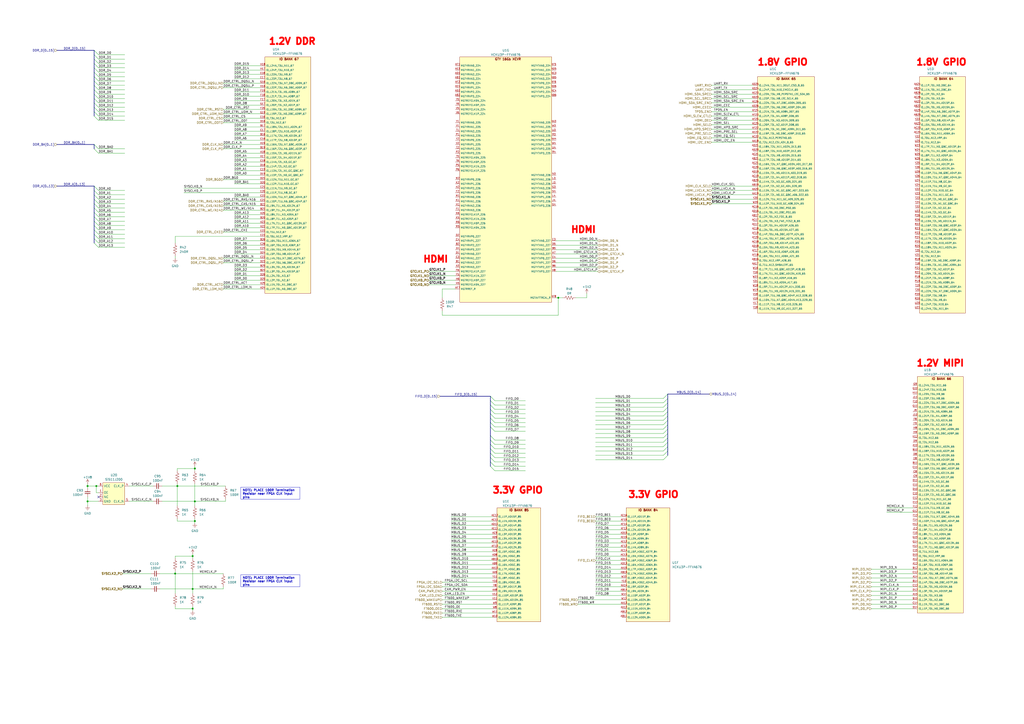
<source format=kicad_sch>
(kicad_sch (version 20231120) (generator "eeschema") (generator_version "8.0")
  (paper "A2")
  (title_block (title "FPGA IO") (date "2024-07-13") (rev "1.0") (company "Drexel University") (comment 1 "Designed by John Hofmeyr"))
  (lib_symbols
    (symbol "Device:C_Small" (pin_numbers hide) (pin_names (offset 0.254) hide)
      (property "Reference" "C" (at 0.254 1.778 0))
      (property "Value" "C_Small" (at 0.254 -2.032 0))
      (symbol "C_Small_1_1"
        (pin passive line (at 0 2.54 270) (length 2.032) (name "~") (number "1"))
        (pin passive line (at 0 -2.54 90) (length 2.032) (name "~") (number "2"))
      )
    )
    (symbol "Device:R_US" (pin_numbers hide) (pin_names (offset 0))
      (property "Reference" "R" (at 2.54 0 90))
      (property "Value" "R_US" (at -2.54 0 90))
      (symbol "R_US_1_1"
        (pin passive line (at 0 3.81 270) (length 1.27) (name "~") (number "1"))
        (pin passive line (at 0 -3.81 90) (length 1.27) (name "~") (number "2"))
      )
    )
    (symbol "FPGA Module:Si511"
      (property "Reference" "U" (at 6.35 5.08 0))
      (property "Value" "Si511J200" (at 6.35 3.175 0))
      (symbol "Si511_1_1"
        (pin passive line (at -2.54 -3.81 0) (length 2.54) (name "OE") (number "1"))
        (pin passive line (at -2.54 -6.35 0) (length 2.54) (name "NC") (number "2"))
        (pin passive line (at -2.54 -8.89 0) (length 2.54) (name "GND") (number "3"))
        (pin passive line (at 15.24 0 180) (length 2.54) (name "CLK_P") (number "4"))
        (pin passive line (at 15.24 -8.89 180) (length 2.54) (name "CLK_N") (number "5"))
        (pin passive line (at -2.54 0 0) (length 2.54) (name "VCC") (number "6"))
      )
    )
    (symbol "FPGA Module:XCKU3P-FFVA676"
      (property "Reference" "U" (at 12.7 3.81 0))
      (property "Value" "XCKU3P-FFVA676" (at 12.7 1.27 0))
      (symbol "XCKU3P-FFVA676_1_0"
        (pin bidirectional line (at -2.54 -58.42 0) (length 2.54) (name "IO_L15P_T2L_N4_AD11P_67") (number "A17"))
        (pin bidirectional line (at -2.54 -55.88 0) (length 2.54) (name "IO_L15N_T2L_N5_AD11N_67") (number "A18"))
        (pin bidirectional line (at -2.54 -50.8 0) (length 2.54) (name "IO_L16N_T2U_N7_QBC_AD3N_67") (number "A19"))
        (pin bidirectional line (at -2.54 -91.44 0) (length 2.54) (name "IO_L8N_T1L_N3_AD5N_67") (number "A20"))
        (pin bidirectional line (at -2.54 -99.06 0) (length 2.54) (name "IO_L7P_T1L_N0_QBC_AD13P_67") (number "A22"))
        (pin bidirectional line (at -2.54 -96.52 0) (length 2.54) (name "IO_L7N_T1L_N1_QBC_AD13N_67") (number "A23"))
        (pin bidirectional line (at -2.54 -134.62 0) (length 2.54) (name "IO_L1P_T0L_N0_DBC_67") (number "A24"))
        (pin bidirectional line (at -2.54 -132.08 0) (length 2.54) (name "IO_L1N_T0L_N1_DBC_67") (number "A25"))
        (pin bidirectional line (at -2.54 -45.72 0) (length 2.54) (name "IO_L17N_T2U_N9_AD10N_67") (number "B16"))
        (pin bidirectional line (at -2.54 -40.64 0) (length 2.54) (name "IO_L18N_T2U_N11_AD2N_67") (number "B17"))
        (pin bidirectional line (at -2.54 -53.34 0) (length 2.54) (name "IO_L16P_T2U_N6_QBC_AD3P_67") (number "B19"))
        (pin bidirectional line (at -2.54 -93.98 0) (length 2.54) (name "IO_L8P_T1L_N2_AD5P_67") (number "B20"))
        (pin bidirectional line (at -2.54 -88.9 0) (length 2.54) (name "IO_L9P_T1L_N4_AD12P_67") (number "B21"))
        (pin bidirectional line (at -2.54 -86.36 0) (length 2.54) (name "IO_L9N_T1L_N5_AD12N_67") (number "B22"))
        (pin bidirectional line (at -2.54 -124.46 0) (length 2.54) (name "IO_L3P_T0L_N4_AD15P_67") (number "B24"))
        (pin bidirectional line (at -2.54 -121.92 0) (length 2.54) (name "IO_L3N_T0L_N5_AD15N_67") (number "B25"))
        (pin bidirectional line (at -2.54 -106.68 0) (length 2.54) (name "IO_L6N_T0U_N11_AD6N_67") (number "B26"))
        (pin bidirectional line (at -2.54 -48.26 0) (length 2.54) (name "IO_L17P_T2U_N8_AD10P_67") (number "C16"))
        (pin bidirectional line (at -2.54 -43.18 0) (length 2.54) (name "IO_L18P_T2U_N10_AD2P_67") (number "C17"))
        (pin bidirectional line (at -2.54 -60.96 0) (length 2.54) (name "IO_L14N_T2L_N3_GC_67") (number "C18"))
        (pin bidirectional line (at -2.54 -66.04 0) (length 2.54) (name "IO_L13N_T2L_N1_GC_QBC_67") (number "C19"))
        (pin bidirectional line (at -2.54 -83.82 0) (length 2.54) (name "IO_L10P_T1U_N6_QBC_AD4P_67") (number "C21"))
        (pin bidirectional line (at -2.54 -81.28 0) (length 2.54) (name "IO_L10N_T1U_N7_QBC_AD4N_67") (number "C22"))
        (pin bidirectional line (at -2.54 -116.84 0) (length 2.54) (name "IO_L4N_T0U_N7_DBC_AD7N_67") (number "C23"))
        (pin bidirectional line (at -2.54 -111.76 0) (length 2.54) (name "IO_L5N_T0U_N9_AD14N_67") (number "C24"))
        (pin bidirectional line (at -2.54 -109.22 0) (length 2.54) (name "IO_L6P_T0U_N10_AD6P_67") (number "C26"))
        (pin bidirectional line (at -2.54 -38.1 0) (length 2.54) (name "IO_T2U_N12_67") (number "D16"))
        (pin bidirectional line (at -2.54 -63.5 0) (length 2.54) (name "IO_L14P_T2L_N2_GC_67") (number "D18"))
        (pin bidirectional line (at -2.54 -68.58 0) (length 2.54) (name "IO_L13P_T2L_N0_GC_QBC_67") (number "D19"))
        (pin bidirectional line (at -2.54 -73.66 0) (length 2.54) (name "IO_L12P_T1U_N10_GC_67") (number "D20"))
        (pin bidirectional line (at -2.54 -71.12 0) (length 2.54) (name "IO_L12N_T1U_N11_GC_67") (number "D21"))
        (pin bidirectional line (at -2.54 -119.38 0) (length 2.54) (name "IO_L4P_T0U_N6_DBC_AD7P_67") (number "D23"))
        (pin bidirectional line (at -2.54 -114.3 0) (length 2.54) (name "IO_L5P_T0U_N8_AD14P_67") (number "D24"))
        (pin bidirectional line (at -2.54 -129.54 0) (length 2.54) (name "IO_L2P_T0L_N2_67") (number "D25"))
        (pin bidirectional line (at -2.54 -127 0) (length 2.54) (name "IO_L2N_T0L_N3_67") (number "D26"))
        (pin bidirectional line (at -2.54 -35.56 0) (length 2.54) (name "IO_T3U_N12_67") (number "E16"))
        (pin bidirectional line (at -2.54 -12.7 0) (length 2.54) (name "IO_L23P_T3U_N8_67") (number "E17"))
        (pin bidirectional line (at -2.54 -10.16 0) (length 2.54) (name "IO_L23N_T3U_N9_67") (number "E18"))
        (pin bidirectional line (at -2.54 -78.74 0) (length 2.54) (name "IO_L11P_T1U_N8_GC_67") (number "E20"))
        (pin bidirectional line (at -2.54 -76.2 0) (length 2.54) (name "IO_L11N_T1U_N9_GC_67") (number "E21"))
        (pin bidirectional line (at -2.54 -101.6 0) (length 2.54) (name "IO_T1U_N12_67") (number "E22"))
        (pin bidirectional line (at -2.54 -104.14 0) (length 2.54) (name "IO_T0U_N12_VRP_67") (number "E23"))
        (pin bidirectional line (at -2.54 -25.4 0) (length 2.54) (name "IO_L20N_T3L_N3_AD1N_67") (number "F17"))
        (pin bidirectional line (at -2.54 -22.86 0) (length 2.54) (name "IO_L21P_T3L_N4_AD8P_67") (number "F18"))
        (pin bidirectional line (at -2.54 -20.32 0) (length 2.54) (name "IO_L21N_T3L_N5_AD8N_67") (number "F19"))
        (pin bidirectional line (at -2.54 -30.48 0) (length 2.54) (name "IO_L19N_T3L_N1_DBC_AD9N_67") (number "F20"))
        (pin bidirectional line (at -2.54 -15.24 0) (length 2.54) (name "IO_L22N_T3U_N7_DBC_AD0N_67") (number "G16"))
        (pin bidirectional line (at -2.54 -27.94 0) (length 2.54) (name "IO_L20P_T3L_N2_AD1P_67") (number "G17"))
        (pin bidirectional line (at -2.54 -33.02 0) (length 2.54) (name "IO_L19P_T3L_N0_DBC_AD9P_67") (number "G19"))
        (pin bidirectional line (at -2.54 -17.78 0) (length 2.54) (name "IO_L22P_T3U_N6_DBC_AD0P_67") (number "H16"))
        (pin bidirectional line (at -2.54 -7.62 0) (length 2.54) (name "IO_L24P_T3U_N10_67") (number "H17"))
        (pin bidirectional line (at -2.54 -5.08 0) (length 2.54) (name "IO_L24N_T3U_N11_67") (number "H18"))
      )
      (symbol "XCKU3P-FFVA676_1_1"
        (text "IO BANK 67" (at 13.97 -1.27 0) (effects (font (size 1.27 1.27) (bold yes))))
      )
      (symbol "XCKU3P-FFVA676_2_0"
        (pin bidirectional line (at -2.54 -40.64 0) (length 2.54) (name "IO_L18N_T2U_N11_AD2N_66") (number "A10"))
        (pin bidirectional line (at -2.54 -106.68 0) (length 2.54) (name "IO_L6N_T0U_N11_AD6N_66") (number "A12"))
        (pin bidirectional line (at -2.54 -109.22 0) (length 2.54) (name "IO_L6P_T0U_N10_AD6P_66") (number "A13"))
        (pin bidirectional line (at -2.54 -116.84 0) (length 2.54) (name "IO_L4N_T0U_N7_DBC_AD7N_66") (number "A14"))
        (pin bidirectional line (at -2.54 -127 0) (length 2.54) (name "IO_L2N_T0L_N3_66") (number "A15"))
        (pin bidirectional line (at -2.54 -43.18 0) (length 2.54) (name "IO_L18P_T2U_N10_AD2P_66") (number "B10"))
        (pin bidirectional line (at -2.54 -50.8 0) (length 2.54) (name "IO_L16N_T2U_N7_QBC_AD3N_66") (number "B11"))
        (pin bidirectional line (at -2.54 -111.76 0) (length 2.54) (name "IO_L5N_T0U_N9_AD14N_66") (number "B12"))
        (pin bidirectional line (at -2.54 -119.38 0) (length 2.54) (name "IO_L4P_T0U_N6_DBC_AD7P_66") (number "B14"))
        (pin bidirectional line (at -2.54 -129.54 0) (length 2.54) (name "IO_L2P_T0L_N2_66") (number "B15"))
        (pin bidirectional line (at -2.54 -53.34 0) (length 2.54) (name "IO_L16P_T2U_N6_QBC_AD3P_66") (number "C11"))
        (pin bidirectional line (at -2.54 -114.3 0) (length 2.54) (name "IO_L5P_T0U_N8_AD14P_66") (number "C12"))
        (pin bidirectional line (at -2.54 -121.92 0) (length 2.54) (name "IO_L3N_T0L_N5_AD15N_66") (number "C13"))
        (pin bidirectional line (at -2.54 -132.08 0) (length 2.54) (name "IO_L1N_T0L_N1_DBC_66") (number "C14"))
        (pin bidirectional line (at -2.54 -55.88 0) (length 2.54) (name "IO_L15N_T2L_N5_AD11N_66") (number "C8"))
        (pin bidirectional line (at -2.54 -58.42 0) (length 2.54) (name "IO_L15P_T2L_N4_AD11P_66") (number "C9"))
        (pin bidirectional line (at -2.54 -66.04 0) (length 2.54) (name "IO_L13N_T2L_N1_GC_QBC_66") (number "D10"))
        (pin bidirectional line (at -2.54 -60.96 0) (length 2.54) (name "IO_L14N_T2L_N3_GC_66") (number "D11"))
        (pin bidirectional line (at -2.54 -124.46 0) (length 2.54) (name "IO_L3P_T0L_N4_AD15P_66") (number "D13"))
        (pin bidirectional line (at -2.54 -134.62 0) (length 2.54) (name "IO_L1P_T0L_N0_DBC_66") (number "D14"))
        (pin bidirectional line (at -2.54 -104.14 0) (length 2.54) (name "IO_T0U_N12_VRP_66") (number "D15"))
        (pin bidirectional line (at -2.54 -45.72 0) (length 2.54) (name "IO_L17N_T2U_N9_AD10N_66") (number "D8"))
        (pin bidirectional line (at -2.54 -38.1 0) (length 2.54) (name "IO_T2U_N12_66") (number "D9"))
        (pin bidirectional line (at -2.54 -68.58 0) (length 2.54) (name "IO_L13P_T2L_N0_GC_QBC_66") (number "E10"))
        (pin bidirectional line (at -2.54 -63.5 0) (length 2.54) (name "IO_L14P_T2L_N2_GC_66") (number "E11"))
        (pin bidirectional line (at -2.54 -71.12 0) (length 2.54) (name "IO_L12N_T1U_N11_GC_66") (number "E12"))
        (pin bidirectional line (at -2.54 -73.66 0) (length 2.54) (name "IO_L12P_T1U_N10_GC_66") (number "E13"))
        (pin bidirectional line (at -2.54 -101.6 0) (length 2.54) (name "IO_T1U_N12_66") (number "E15"))
        (pin bidirectional line (at -2.54 -48.26 0) (length 2.54) (name "IO_L17P_T2U_N8_AD10P_66") (number "E8"))
        (pin bidirectional line (at -2.54 -15.24 0) (length 2.54) (name "IO_L22N_T3U_N7_DBC_AD0N_66") (number "F10"))
        (pin bidirectional line (at -2.54 -76.2 0) (length 2.54) (name "IO_L11N_T1U_N9_GC_66") (number "F12"))
        (pin bidirectional line (at -2.54 -81.28 0) (length 2.54) (name "IO_L10N_T1U_N7_QBC_AD4N_66") (number "F13"))
        (pin bidirectional line (at -2.54 -83.82 0) (length 2.54) (name "IO_L10P_T1U_N6_QBC_AD4P_66") (number "F14"))
        (pin bidirectional line (at -2.54 -91.44 0) (length 2.54) (name "IO_L8N_T1L_N3_AD5N_66") (number "F15"))
        (pin bidirectional line (at -2.54 -25.4 0) (length 2.54) (name "IO_L20N_T3L_N3_AD1N_66") (number "F8"))
        (pin bidirectional line (at -2.54 -27.94 0) (length 2.54) (name "IO_L20P_T3L_N2_AD1P_66") (number "F9"))
        (pin bidirectional line (at -2.54 -7.62 0) (length 2.54) (name "IO_L24P_T3U_N10_66") (number "G10"))
        (pin bidirectional line (at -2.54 -17.78 0) (length 2.54) (name "IO_L22P_T3U_N6_DBC_AD0P_66") (number "G11"))
        (pin bidirectional line (at -2.54 -78.74 0) (length 2.54) (name "IO_L11P_T1U_N8_GC_66") (number "G12"))
        (pin bidirectional line (at -2.54 -96.52 0) (length 2.54) (name "IO_L7N_T1L_N1_QBC_AD13N_66") (number "G14"))
        (pin bidirectional line (at -2.54 -93.98 0) (length 2.54) (name "IO_L8P_T1L_N2_AD5P_66") (number "G15"))
        (pin bidirectional line (at -2.54 -5.08 0) (length 2.54) (name "IO_L24N_T3U_N11_66") (number "G9"))
        (pin bidirectional line (at -2.54 -10.16 0) (length 2.54) (name "IO_L23N_T3U_N9_66") (number "H11"))
        (pin bidirectional line (at -2.54 -35.56 0) (length 2.54) (name "IO_T3U_N12_66") (number "H12"))
        (pin bidirectional line (at -2.54 -86.36 0) (length 2.54) (name "IO_L9N_T1L_N5_AD12N_66") (number "H13"))
        (pin bidirectional line (at -2.54 -99.06 0) (length 2.54) (name "IO_L7P_T1L_N0_QBC_AD13P_66") (number "H14"))
        (pin bidirectional line (at -2.54 -30.48 0) (length 2.54) (name "IO_L19N_T3L_N1_DBC_AD9N_66") (number "H8"))
        (pin bidirectional line (at -2.54 -33.02 0) (length 2.54) (name "IO_L19P_T3L_N0_DBC_AD9P_66") (number "H9"))
        (pin bidirectional line (at -2.54 -22.86 0) (length 2.54) (name "IO_L21P_T3L_N4_AD8P_66") (number "J10"))
        (pin bidirectional line (at -2.54 -12.7 0) (length 2.54) (name "IO_L23P_T3U_N8_66") (number "J11"))
        (pin bidirectional line (at -2.54 -88.9 0) (length 2.54) (name "IO_L9P_T1L_N4_AD12P_66") (number "J13"))
        (pin bidirectional line (at -2.54 -20.32 0) (length 2.54) (name "IO_L21N_T3L_N5_AD8N_66") (number "J9"))
      )
      (symbol "XCKU3P-FFVA676_2_1"
        (text "IO BANK 66\n" (at 13.97 -1.27 0) (effects (font (size 1.27 1.27) (bold yes))))
      )
      (symbol "XCKU3P-FFVA676_3_0"
        (pin bidirectional line (at -2.54 -109.22 0) (length 2.54) (name "IO_T1U_N12_SMBALERT_65") (number "AA17"))
        (pin bidirectional line (at -2.54 -38.1 0) (length 2.54) (name "IO_T2U_N12_CSI_ADV_B_65") (number "AA18"))
        (pin bidirectional line (at -2.54 -68.58 0) (length 2.54) (name "IO_L13P_T2L_N0_GC_QBC_A06_D22_65") (number "AA19"))
        (pin bidirectional line (at -2.54 -66.04 0) (length 2.54) (name "IO_L13N_T2L_N1_GC_QBC_A07_D23_65") (number "AA20"))
        (pin bidirectional line (at -2.54 -106.68 0) (length 2.54) (name "IO_T0U_N12_VRP_A28_65") (number "AB16"))
        (pin bidirectional line (at -2.54 -81.28 0) (length 2.54) (name "IO_L2P_T0L_N2_FOE_B_65") (number "AB17"))
        (pin bidirectional line (at -2.54 -63.5 0) (length 2.54) (name "IO_L14P_T2L_N2_GC_A04_D20_65") (number "AB19"))
        (pin bidirectional line (at -2.54 -60.96 0) (length 2.54) (name "IO_L14N_T2L_N3_GC_A05_D21_65") (number "AB20"))
        (pin bidirectional line (at -2.54 -48.26 0) (length 2.54) (name "IO_L17P_T2U_N8_AD10P_D14_65") (number "AB21"))
        (pin bidirectional line (at -2.54 -76.2 0) (length 2.54) (name "IO_L1P_T0L_N0_DBC_RS0_65") (number "AC16"))
        (pin bidirectional line (at -2.54 -83.82 0) (length 2.54) (name "IO_L2N_T0L_N3_FWE_FCS2_B_65") (number "AC17"))
        (pin bidirectional line (at -2.54 -96.52 0) (length 2.54) (name "IO_L5P_T0U_N8_AD14P_A22_65") (number "AC18"))
        (pin bidirectional line (at -2.54 -58.42 0) (length 2.54) (name "IO_L15P_T2L_N4_AD11P_A02_D18_65") (number "AC19"))
        (pin bidirectional line (at -2.54 -45.72 0) (length 2.54) (name "IO_L17N_T2U_N9_AD10N_D15_65") (number "AC21"))
        (pin bidirectional line (at -2.54 -35.56 0) (length 2.54) (name "IO_T3U_N12_PERSTN0_65") (number "AC22"))
        (pin bidirectional line (at -2.54 -78.74 0) (length 2.54) (name "IO_L1N_T0L_N1_DBC_RS1_65") (number "AD16"))
        (pin bidirectional line (at -2.54 -99.06 0) (length 2.54) (name "IO_L5N_T0U_N9_AD14N_A23_65") (number "AD18"))
        (pin bidirectional line (at -2.54 -55.88 0) (length 2.54) (name "IO_L15N_T2L_N5_AD11N_A03_D19_65") (number "AD19"))
        (pin bidirectional line (at -2.54 -43.18 0) (length 2.54) (name "IO_L18P_T2U_N10_AD2P_D12_65") (number "AD20"))
        (pin bidirectional line (at -2.54 -40.64 0) (length 2.54) (name "IO_L18N_T2U_N11_AD2N_D13_65") (number "AD21"))
        (pin bidirectional line (at -2.54 -12.7 0) (length 2.54) (name "IO_L23P_T3U_N8_I2C_SCLK_65") (number "AD23"))
        (pin bidirectional line (at -2.54 -7.62 0) (length 2.54) (name "IO_L24P_T3U_N10_EMCCLK_65") (number "AD24"))
        (pin bidirectional line (at -2.54 -5.08 0) (length 2.54) (name "IO_L24N_T3U_N11_DOUT_CSO_B_65") (number "AD25"))
        (pin bidirectional line (at -2.54 -17.78 0) (length 2.54) (name "IO_L22P_T3U_N6_DBC_AD0P_D04_65") (number "AD26"))
        (pin bidirectional line (at -2.54 -86.36 0) (length 2.54) (name "IO_L3P_T0L_N4_AD15P_A26_65") (number "AE17"))
        (pin bidirectional line (at -2.54 -88.9 0) (length 2.54) (name "IO_L3N_T0L_N5_AD15N_A27_65") (number "AE18"))
        (pin bidirectional line (at -2.54 -53.34 0) (length 2.54) (name "IO_L16P_T2U_N6_QBC_AD3P_A00_D16_65") (number "AE20"))
        (pin bidirectional line (at -2.54 -50.8 0) (length 2.54) (name "IO_L16N_T2U_N7_QBC_AD3N_A01_D17_65") (number "AE21"))
        (pin bidirectional line (at -2.54 -33.02 0) (length 2.54) (name "IO_L19P_T3L_N0_DBC_AD9P_D10_65") (number "AE22"))
        (pin bidirectional line (at -2.54 -10.16 0) (length 2.54) (name "IO_L23N_T3U_N9_PERSTN1_I2C_SDA_65") (number "AE23"))
        (pin bidirectional line (at -2.54 -27.94 0) (length 2.54) (name "IO_L20P_T3L_N2_AD1P_D08_65") (number "AE25"))
        (pin bidirectional line (at -2.54 -15.24 0) (length 2.54) (name "IO_L22N_T3U_N7_DBC_AD0N_D05_65") (number "AE26"))
        (pin bidirectional line (at -2.54 -101.6 0) (length 2.54) (name "IO_L6P_T0U_N10_AD6P_A20_65") (number "AF17"))
        (pin bidirectional line (at -2.54 -104.14 0) (length 2.54) (name "IO_L6N_T0U_N11_AD6N_A21_65") (number "AF18"))
        (pin bidirectional line (at -2.54 -91.44 0) (length 2.54) (name "IO_L4P_T0U_N6_DBC_AD7P_A24_65") (number "AF19"))
        (pin bidirectional line (at -2.54 -93.98 0) (length 2.54) (name "IO_L4N_T0U_N7_DBC_AD7N_A25_65") (number "AF20"))
        (pin bidirectional line (at -2.54 -30.48 0) (length 2.54) (name "IO_L19N_T3L_N1_DBC_AD9N_D11_65") (number "AF22"))
        (pin bidirectional line (at -2.54 -22.86 0) (length 2.54) (name "IO_L21P_T3L_N4_AD8P_D06_65") (number "AF23"))
        (pin bidirectional line (at -2.54 -20.32 0) (length 2.54) (name "IO_L21N_T3L_N5_AD8N_D07_65") (number "AF24"))
        (pin bidirectional line (at -2.54 -25.4 0) (length 2.54) (name "IO_L20N_T3L_N3_AD1N_D09_65") (number "AF25"))
        (pin bidirectional line (at -2.54 -127 0) (length 2.54) (name "IO_L10P_T1U_N6_QBC_AD4P_A12_D28_65") (number "V18"))
        (pin bidirectional line (at -2.54 -129.54 0) (length 2.54) (name "IO_L10N_T1U_N7_QBC_AD4N_A13_D29_65") (number "V19"))
        (pin bidirectional line (at -2.54 -111.76 0) (length 2.54) (name "IO_L7P_T1L_N0_QBC_AD13P_A18_65") (number "W16"))
        (pin bidirectional line (at -2.54 -121.92 0) (length 2.54) (name "IO_L9P_T1L_N4_AD12P_A14_D30_65") (number "W18"))
        (pin bidirectional line (at -2.54 -124.46 0) (length 2.54) (name "IO_L9N_T1L_N5_AD12N_A15_D31_65") (number "W19"))
        (pin bidirectional line (at -2.54 -73.66 0) (length 2.54) (name "IO_L12P_T1U_N10_GC_A08_D24_65") (number "W20"))
        (pin bidirectional line (at -2.54 -116.84 0) (length 2.54) (name "IO_L8P_T1L_N2_AD5P_A16_65") (number "W21"))
        (pin bidirectional line (at -2.54 -114.3 0) (length 2.54) (name "IO_L7N_T1L_N1_QBC_AD13N_A19_65") (number "Y16"))
        (pin bidirectional line (at -2.54 -132.08 0) (length 2.54) (name "IO_L11P_T1U_N8_GC_A10_D26_65") (number "Y17"))
        (pin bidirectional line (at -2.54 -134.62 0) (length 2.54) (name "IO_L11N_T1U_N9_GC_A11_D27_65") (number "Y18"))
        (pin bidirectional line (at -2.54 -71.12 0) (length 2.54) (name "IO_L12N_T1U_N11_GC_A09_D25_65") (number "Y20"))
        (pin bidirectional line (at -2.54 -119.38 0) (length 2.54) (name "IO_L8N_T1L_N3_AD5N_A17_65") (number "Y21"))
      )
      (symbol "XCKU3P-FFVA676_3_1"
        (text "IO BANK 65\n" (at 16.51 -1.27 0) (effects (font (size 1.27 1.27) (bold yes))))
      )
      (symbol "XCKU3P-FFVA676_4_0"
        (pin bidirectional line (at -2.54 -15.24 0) (length 2.54) (name "IO_L3P_T0L_N4_AD15P_64") (number "AA22"))
        (pin bidirectional line (at -2.54 -27.94 0) (length 2.54) (name "IO_L5N_T0U_N9_AD14N_64") (number "AA23"))
        (pin bidirectional line (at -2.54 -5.08 0) (length 2.54) (name "IO_L1P_T0L_N0_DBC_64") (number "AA24"))
        (pin bidirectional line (at -2.54 -20.32 0) (length 2.54) (name "IO_L4P_T0U_N6_DBC_AD7P_64") (number "AA25"))
        (pin bidirectional line (at -2.54 -17.78 0) (length 2.54) (name "IO_L3N_T0L_N5_AD15N_64") (number "AB22"))
        (pin bidirectional line (at -2.54 -7.62 0) (length 2.54) (name "IO_L1N_T0L_N1_DBC_64") (number "AB24"))
        (pin bidirectional line (at -2.54 -22.86 0) (length 2.54) (name "IO_L4N_T0U_N7_DBC_AD7N_64") (number "AB25"))
        (pin bidirectional line (at -2.54 -10.16 0) (length 2.54) (name "IO_L2P_T0L_N2_64") (number "AB26"))
        (pin bidirectional line (at -2.54 -30.48 0) (length 2.54) (name "IO_L6P_T0U_N10_AD6P_64") (number "AC23"))
        (pin bidirectional line (at -2.54 -33.02 0) (length 2.54) (name "IO_L6N_T0U_N11_AD6N_64") (number "AC24"))
        (pin bidirectional line (at -2.54 -12.7 0) (length 2.54) (name "IO_L2N_T0L_N3_64") (number "AC26"))
        (pin bidirectional line (at -2.54 -116.84 0) (length 2.54) (name "IO_L21P_T3L_N4_AD8P_64") (number "P18"))
        (pin bidirectional line (at -2.54 -119.38 0) (length 2.54) (name "IO_L21N_T3L_N5_AD8N_64") (number "P19"))
        (pin bidirectional line (at -2.54 -127 0) (length 2.54) (name "IO_L23P_T3U_N8_64") (number "P20"))
        (pin bidirectional line (at -2.54 -111.76 0) (length 2.54) (name "IO_L20P_T3L_N2_AD1P_64") (number "P21"))
        (pin bidirectional line (at -2.54 -91.44 0) (length 2.54) (name "IO_L17P_T2U_N8_AD10P_64") (number "P23"))
        (pin bidirectional line (at -2.54 -93.98 0) (length 2.54) (name "IO_L17N_T2U_N9_AD10N_64") (number "P24"))
        (pin bidirectional line (at -2.54 -96.52 0) (length 2.54) (name "IO_L18P_T2U_N10_AD2P_64") (number "P25"))
        (pin bidirectional line (at -2.54 -81.28 0) (length 2.54) (name "IO_L15P_T2L_N4_AD11P_64") (number "P26"))
        (pin bidirectional line (at -2.54 -106.68 0) (length 2.54) (name "IO_L19P_T3L_N0_DBC_AD9P_64") (number "R18"))
        (pin bidirectional line (at -2.54 -129.54 0) (length 2.54) (name "IO_L23N_T3U_N9_64") (number "R20"))
        (pin bidirectional line (at -2.54 -114.3 0) (length 2.54) (name "IO_L20N_T3L_N3_AD1N_64") (number "R21"))
        (pin bidirectional line (at -2.54 -86.36 0) (length 2.54) (name "IO_L16P_T2U_N6_QBC_AD3P_64") (number "R22"))
        (pin bidirectional line (at -2.54 -88.9 0) (length 2.54) (name "IO_L16N_T2U_N7_QBC_AD3N_64") (number "R23"))
        (pin bidirectional line (at -2.54 -99.06 0) (length 2.54) (name "IO_L18N_T2U_N11_AD2N_64") (number "R25"))
        (pin bidirectional line (at -2.54 -83.82 0) (length 2.54) (name "IO_L15N_T2L_N5_AD11N_64") (number "R26"))
        (pin bidirectional line (at -2.54 -109.22 0) (length 2.54) (name "IO_L19N_T3L_N1_DBC_AD9N_64") (number "T18"))
        (pin bidirectional line (at -2.54 -121.92 0) (length 2.54) (name "IO_L22P_T3U_N6_DBC_AD0P_64") (number "T19"))
        (pin bidirectional line (at -2.54 -124.46 0) (length 2.54) (name "IO_L22N_T3U_N7_DBC_AD0N_64") (number "T20"))
        (pin bidirectional line (at -2.54 -76.2 0) (length 2.54) (name "IO_L14P_T2L_N2_GC_64") (number "T22"))
        (pin bidirectional line (at -2.54 -71.12 0) (length 2.54) (name "IO_L13P_T2L_N0_GC_QBC_64") (number "T23"))
        (pin bidirectional line (at -2.54 -73.66 0) (length 2.54) (name "IO_L13N_T2L_N1_GC_QBC_64") (number "T24"))
        (pin bidirectional line (at -2.54 -101.6 0) (length 2.54) (name "IO_T2U_N12_64") (number "T25"))
        (pin bidirectional line (at -2.54 -132.08 0) (length 2.54) (name "IO_L24P_T3U_N10_64") (number "U20"))
        (pin bidirectional line (at -2.54 -134.62 0) (length 2.54) (name "IO_L24N_T3U_N11_64") (number "U21"))
        (pin bidirectional line (at -2.54 -78.74 0) (length 2.54) (name "IO_L14N_T2L_N3_GC_64") (number "U22"))
        (pin bidirectional line (at -2.54 -60.96 0) (length 2.54) (name "IO_L11P_T1U_N8_GC_64") (number "U24"))
        (pin bidirectional line (at -2.54 -38.1 0) (length 2.54) (name "IO_T1U_N12_64") (number "U25"))
        (pin bidirectional line (at -2.54 -55.88 0) (length 2.54) (name "IO_L10P_T1U_N6_QBC_AD4P_64") (number "U26"))
        (pin bidirectional line (at -2.54 -104.14 0) (length 2.54) (name "IO_T3U_N12_64") (number "V21"))
        (pin bidirectional line (at -2.54 -66.04 0) (length 2.54) (name "IO_L12P_T1U_N10_GC_64") (number "V22"))
        (pin bidirectional line (at -2.54 -68.58 0) (length 2.54) (name "IO_L12N_T1U_N11_GC_64") (number "V23"))
        (pin bidirectional line (at -2.54 -63.5 0) (length 2.54) (name "IO_L11N_T1U_N9_GC_64") (number "V24"))
        (pin bidirectional line (at -2.54 -58.42 0) (length 2.54) (name "IO_L10N_T1U_N7_QBC_AD4N_64") (number "V26"))
        (pin bidirectional line (at -2.54 -40.64 0) (length 2.54) (name "IO_L7P_T1L_N0_QBC_AD13P_64") (number "W23"))
        (pin bidirectional line (at -2.54 -43.18 0) (length 2.54) (name "IO_L7N_T1L_N1_QBC_AD13N_64") (number "W24"))
        (pin bidirectional line (at -2.54 -45.72 0) (length 2.54) (name "IO_L8P_T1L_N2_AD5P_64") (number "W25"))
        (pin bidirectional line (at -2.54 -48.26 0) (length 2.54) (name "IO_L8N_T1L_N3_AD5N_64") (number "W26"))
        (pin bidirectional line (at -2.54 -35.56 0) (length 2.54) (name "IO_T0U_N12_VRP_64") (number "Y22"))
        (pin bidirectional line (at -2.54 -25.4 0) (length 2.54) (name "IO_L5P_T0U_N8_AD14P_64") (number "Y23"))
        (pin bidirectional line (at -2.54 -50.8 0) (length 2.54) (name "IO_L9P_T1L_N4_AD12P_64") (number "Y25"))
        (pin bidirectional line (at -2.54 -53.34 0) (length 2.54) (name "IO_L9N_T1L_N5_AD12N_64") (number "Y26"))
      )
      (symbol "XCKU3P-FFVA676_4_1"
        (text "IO BANK 64\n" (at 13.97 -1.27 0) (effects (font (size 1.27 1.27) (bold yes))))
      )
      (symbol "XCKU3P-FFVA676_5_0"
        (pin bidirectional line (at -2.54 -35.56 0) (length 2.54) (name "IO_L7P_HDGC_85") (number "AA10"))
        (pin bidirectional line (at -2.54 -48.26 0) (length 2.54) (name "IO_L9N_AD11N_85") (number "AA8"))
        (pin bidirectional line (at -2.54 -38.1 0) (length 2.54) (name "IO_L7N_HDGC_85") (number "AA9"))
        (pin bidirectional line (at -2.54 -30.48 0) (length 2.54) (name "IO_L6P_HDGC_85") (number "AB10"))
        (pin bidirectional line (at -2.54 -33.02 0) (length 2.54) (name "IO_L6N_HDGC_85") (number "AB9"))
        (pin bidirectional line (at -2.54 -7.62 0) (length 2.54) (name "IO_L1N_AD15N_85") (number "AC11"))
        (pin bidirectional line (at -2.54 -5.08 0) (length 2.54) (name "IO_L1P_AD15P_85") (number "AC12"))
        (pin bidirectional line (at -2.54 -25.4 0) (length 2.54) (name "IO_L5P_HDGC_85") (number "AC8"))
        (pin bidirectional line (at -2.54 -15.24 0) (length 2.54) (name "IO_L3P_AD13P_85") (number "AC9"))
        (pin bidirectional line (at -2.54 -10.16 0) (length 2.54) (name "IO_L2P_AD14P_85") (number "AD11"))
        (pin bidirectional line (at -2.54 -27.94 0) (length 2.54) (name "IO_L5N_HDGC_85") (number "AD8"))
        (pin bidirectional line (at -2.54 -17.78 0) (length 2.54) (name "IO_L3N_AD13N_85") (number "AD9"))
        (pin bidirectional line (at -2.54 -20.32 0) (length 2.54) (name "IO_L4P_AD12P_85") (number "AE10"))
        (pin bidirectional line (at -2.54 -12.7 0) (length 2.54) (name "IO_L2N_AD14N_85") (number "AE11"))
        (pin bidirectional line (at -2.54 -22.86 0) (length 2.54) (name "IO_L4N_AD12N_85") (number "AF10"))
        (pin bidirectional line (at -2.54 -53.34 0) (length 2.54) (name "IO_L10N_AD10N_85") (number "V11"))
        (pin bidirectional line (at -2.54 -50.8 0) (length 2.54) (name "IO_L10P_AD10P_85") (number "V12"))
        (pin bidirectional line (at -2.54 -63.5 0) (length 2.54) (name "IO_L12N_AD8N_85") (number "W10"))
        (pin bidirectional line (at -2.54 -60.96 0) (length 2.54) (name "IO_L12P_AD8P_85") (number "W11"))
        (pin bidirectional line (at -2.54 -58.42 0) (length 2.54) (name "IO_L11N_AD9N_85") (number "W8"))
        (pin bidirectional line (at -2.54 -55.88 0) (length 2.54) (name "IO_L11P_AD9P_85") (number "W9"))
        (pin bidirectional line (at -2.54 -43.18 0) (length 2.54) (name "IO_L8N_HDGC_85") (number "Y10"))
        (pin bidirectional line (at -2.54 -40.64 0) (length 2.54) (name "IO_L8P_HDGC_85") (number "Y11"))
        (pin bidirectional line (at -2.54 -45.72 0) (length 2.54) (name "IO_L9P_AD11P_85") (number "Y8"))
      )
      (symbol "XCKU3P-FFVA676_5_1"
        (text "IO BANK 85" (at 12.7 -1.27 0) (effects (font (size 1.27 1.27) (bold yes))))
      )
      (symbol "XCKU3P-FFVA676_6_0"
        (pin bidirectional line (at -2.54 -58.42 0) (length 2.54) (name "IO_L11N_AD1N_84") (number "AA12"))
        (pin bidirectional line (at -2.54 -55.88 0) (length 2.54) (name "IO_L11P_AD1P_84") (number "AA13"))
        (pin bidirectional line (at -2.54 -45.72 0) (length 2.54) (name "IO_L9P_AD3P_84") (number "AA14"))
        (pin bidirectional line (at -2.54 -35.56 0) (length 2.54) (name "IO_L7P_HDGC_AD5P_84") (number "AA15"))
        (pin bidirectional line (at -2.54 -63.5 0) (length 2.54) (name "IO_L12N_AD0N_84") (number "AB11"))
        (pin bidirectional line (at -2.54 -60.96 0) (length 2.54) (name "IO_L12P_AD0P_84") (number "AB12"))
        (pin bidirectional line (at -2.54 -48.26 0) (length 2.54) (name "IO_L9N_AD3N_84") (number "AB14"))
        (pin bidirectional line (at -2.54 -38.1 0) (length 2.54) (name "IO_L7N_HDGC_AD5N_84") (number "AB15"))
        (pin bidirectional line (at -2.54 -27.94 0) (length 2.54) (name "IO_L5N_HDGC_AD7N_84") (number "AC13"))
        (pin bidirectional line (at -2.54 -25.4 0) (length 2.54) (name "IO_L5P_HDGC_AD7P_84") (number "AC14"))
        (pin bidirectional line (at -2.54 -33.02 0) (length 2.54) (name "IO_L6N_HDGC_AD6N_84") (number "AD13"))
        (pin bidirectional line (at -2.54 -30.48 0) (length 2.54) (name "IO_L6P_HDGC_AD6P_84") (number "AD14"))
        (pin bidirectional line (at -2.54 -15.24 0) (length 2.54) (name "IO_L3P_AD9P_84") (number "AD15"))
        (pin bidirectional line (at -2.54 -20.32 0) (length 2.54) (name "IO_L4P_AD8P_84") (number "AE12"))
        (pin bidirectional line (at -2.54 -17.78 0) (length 2.54) (name "IO_L3N_AD9N_84") (number "AE15"))
        (pin bidirectional line (at -2.54 -5.08 0) (length 2.54) (name "IO_L1P_AD11P_84") (number "AE16"))
        (pin bidirectional line (at -2.54 -22.86 0) (length 2.54) (name "IO_L4N_AD8N_84") (number "AF12"))
        (pin bidirectional line (at -2.54 -12.7 0) (length 2.54) (name "IO_L2N_AD10N_84") (number "AF13"))
        (pin bidirectional line (at -2.54 -10.16 0) (length 2.54) (name "IO_L2P_AD10P_84") (number "AF14"))
        (pin bidirectional line (at -2.54 -7.62 0) (length 2.54) (name "IO_L1N_AD11N_84") (number "AF15"))
        (pin bidirectional line (at -2.54 -53.34 0) (length 2.54) (name "IO_L10N_AD2N_84") (number "W13"))
        (pin bidirectional line (at -2.54 -50.8 0) (length 2.54) (name "IO_L10P_AD2P_84") (number "W14"))
        (pin bidirectional line (at -2.54 -40.64 0) (length 2.54) (name "IO_L8P_HDGC_AD4P_84") (number "W15"))
        (pin bidirectional line (at -2.54 -43.18 0) (length 2.54) (name "IO_L8N_HDGC_AD4N_84") (number "Y15"))
      )
      (symbol "XCKU3P-FFVA676_6_1"
        (text "IO BANK 84" (at 12.7 -1.27 0) (effects (font (size 1.27 1.27) (bold yes))))
      )
      (symbol "XCKU3P-FFVA676_7_0"
        (pin input line (at -2.54 -121.92 0) (length 2.54) (name "MGTYRXN3_227") (number "A3"))
        (pin input line (at -2.54 -111.76 0) (length 2.54) (name "MGTYRXP3_227") (number "A4"))
        (pin output line (at 55.88 -114.3 180) (length 2.54) (name "MGTYTXN3_227") (number "A7"))
        (pin output line (at 55.88 -124.46 180) (length 2.54) (name "MGTYTXP3_227") (number "A8"))
        (pin output line (at 55.88 -38.1 180) (length 2.54) (name "MGTYTXN0_225") (number "AA3"))
        (pin output line (at 55.88 -48.26 180) (length 2.54) (name "MGTYTXP0_225") (number "AA4"))
        (pin input line (at -2.54 -12.7 0) (length 2.54) (name "MGTYRXN3_224") (number "AB1"))
        (pin input line (at -2.54 -22.86 0) (length 2.54) (name "MGTYRXP3_224") (number "AB2"))
        (pin output line (at 55.88 -12.7 180) (length 2.54) (name "MGTYTXN3_224") (number "AB5"))
        (pin output line (at 55.88 -22.86 180) (length 2.54) (name "MGTYTXP3_224") (number "AB6"))
        (pin output line (at 55.88 -10.16 180) (length 2.54) (name "MGTYTXN2_224") (number "AC3"))
        (pin output line (at 55.88 -20.32 180) (length 2.54) (name "MGTYTXP2_224") (number "AC4"))
        (pin input line (at -2.54 -10.16 0) (length 2.54) (name "MGTYRXN2_224") (number "AD1"))
        (pin input line (at -2.54 -20.32 0) (length 2.54) (name "MGTYRXP2_224") (number "AD2"))
        (pin output line (at 55.88 -7.62 180) (length 2.54) (name "MGTYTXN1_224") (number "AD5"))
        (pin output line (at 55.88 -17.78 180) (length 2.54) (name "MGTYTXP1_224") (number "AD6"))
        (pin input line (at -2.54 -7.62 0) (length 2.54) (name "MGTYRXN1_224") (number "AE3"))
        (pin input line (at -2.54 -17.78 0) (length 2.54) (name "MGTYRXP1_224") (number "AE4"))
        (pin input line (at -2.54 -5.08 0) (length 2.54) (name "MGTYRXN0_224") (number "AF1"))
        (pin input line (at -2.54 -15.24 0) (length 2.54) (name "MGTYRXP0_224") (number "AF2"))
        (pin output line (at 55.88 -5.08 180) (length 2.54) (name "MGTYTXN0_224") (number "AF5"))
        (pin output line (at 55.88 -15.24 180) (length 2.54) (name "MGTYTXP0_224") (number "AF6"))
        (pin input line (at -2.54 -134.62 0) (length 2.54) (name "MGTRREF_R") (number "AF7"))
        (pin bidirectional line (at 55.88 -139.7 180) (length 2.54) (name "MGTAVTTRCAL_R") (number "AF8"))
        (pin input line (at -2.54 -119.38 0) (length 2.54) (name "MGTYRXN2_227") (number "B1"))
        (pin input line (at -2.54 -109.22 0) (length 2.54) (name "MGTYRXP2_227") (number "B2"))
        (pin output line (at 55.88 -111.76 180) (length 2.54) (name "MGTYTXN2_227") (number "B5"))
        (pin output line (at 55.88 -121.92 180) (length 2.54) (name "MGTYTXP2_227") (number "B6"))
        (pin input line (at -2.54 -116.84 0) (length 2.54) (name "MGTYRXN1_227") (number "C3"))
        (pin input line (at -2.54 -106.68 0) (length 2.54) (name "MGTYRXP1_227") (number "C4"))
        (pin input line (at -2.54 -114.3 0) (length 2.54) (name "MGTYRXN0_227") (number "D1"))
        (pin input line (at -2.54 -104.14 0) (length 2.54) (name "MGTYRXP0_227") (number "D2"))
        (pin output line (at 55.88 -109.22 180) (length 2.54) (name "MGTYTXN1_227") (number "D5"))
        (pin output line (at 55.88 -119.38 180) (length 2.54) (name "MGTYTXP1_227") (number "D6"))
        (pin output line (at 55.88 -106.68 180) (length 2.54) (name "MGTYTXN0_227") (number "E3"))
        (pin output line (at 55.88 -116.84 180) (length 2.54) (name "MGTYTXP0_227") (number "E4"))
        (pin input line (at -2.54 -88.9 0) (length 2.54) (name "MGTYRXN3_226") (number "F1"))
        (pin input line (at -2.54 -78.74 0) (length 2.54) (name "MGTYRXP3_226") (number "F2"))
        (pin input line (at -2.54 -127 0) (length 2.54) (name "MGTREFCLK1N_227") (number "F5"))
        (pin input line (at -2.54 -124.46 0) (length 2.54) (name "MGTREFCLK1P_227") (number "F6"))
        (pin output line (at 55.88 -76.2 180) (length 2.54) (name "MGTYTXN3_226") (number "G3"))
        (pin output line (at 55.88 -86.36 180) (length 2.54) (name "MGTYTXP3_226") (number "G4"))
        (pin input line (at -2.54 -86.36 0) (length 2.54) (name "MGTYRXN2_226") (number "H1"))
        (pin input line (at -2.54 -76.2 0) (length 2.54) (name "MGTYRXP2_226") (number "H2"))
        (pin input line (at -2.54 -132.08 0) (length 2.54) (name "MGTREFCLK0N_227") (number "H5"))
        (pin input line (at -2.54 -129.54 0) (length 2.54) (name "MGTREFCLK0P_227") (number "H6"))
        (pin output line (at 55.88 -73.66 180) (length 2.54) (name "MGTYTXN2_226") (number "J3"))
        (pin output line (at 55.88 -83.82 180) (length 2.54) (name "MGTYTXP2_226") (number "J4"))
        (pin input line (at -2.54 -83.82 0) (length 2.54) (name "MGTYRXN1_226") (number "K1"))
        (pin input line (at -2.54 -73.66 0) (length 2.54) (name "MGTYRXP1_226") (number "K2"))
        (pin input line (at -2.54 -93.98 0) (length 2.54) (name "MGTREFCLK1N_226") (number "K5"))
        (pin input line (at -2.54 -91.44 0) (length 2.54) (name "MGTREFCLK1P_226") (number "K6"))
        (pin output line (at 55.88 -71.12 180) (length 2.54) (name "MGTYTXN1_226") (number "L3"))
        (pin output line (at 55.88 -81.28 180) (length 2.54) (name "MGTYTXP1_226") (number "L4"))
        (pin input line (at -2.54 -81.28 0) (length 2.54) (name "MGTYRXN0_226") (number "M1"))
        (pin input line (at -2.54 -71.12 0) (length 2.54) (name "MGTYRXP0_226") (number "M2"))
        (pin input line (at -2.54 -99.06 0) (length 2.54) (name "MGTREFCLK0N_226") (number "M5"))
        (pin input line (at -2.54 -96.52 0) (length 2.54) (name "MGTREFCLK0P_226") (number "M6"))
        (pin output line (at 55.88 -68.58 180) (length 2.54) (name "MGTYTXN0_226") (number "N3"))
        (pin output line (at 55.88 -78.74 180) (length 2.54) (name "MGTYTXP0_226") (number "N4"))
        (pin input line (at -2.54 -45.72 0) (length 2.54) (name "MGTYRXN3_225") (number "P1"))
        (pin input line (at -2.54 -55.88 0) (length 2.54) (name "MGTYRXP3_225") (number "P2"))
        (pin input line (at -2.54 -63.5 0) (length 2.54) (name "MGTREFCLK1N_225") (number "P5"))
        (pin input line (at -2.54 -66.04 0) (length 2.54) (name "MGTREFCLK1P_225") (number "P6"))
        (pin output line (at 55.88 -45.72 180) (length 2.54) (name "MGTYTXN3_225") (number "R3"))
        (pin output line (at 55.88 -55.88 180) (length 2.54) (name "MGTYTXP3_225") (number "R4"))
        (pin input line (at -2.54 -43.18 0) (length 2.54) (name "MGTYRXN2_225") (number "T1"))
        (pin input line (at -2.54 -53.34 0) (length 2.54) (name "MGTYRXP2_225") (number "T2"))
        (pin input line (at -2.54 -58.42 0) (length 2.54) (name "MGTREFCLK0N_225") (number "T5"))
        (pin input line (at -2.54 -60.96 0) (length 2.54) (name "MGTREFCLK0P_225") (number "T6"))
        (pin output line (at 55.88 -43.18 180) (length 2.54) (name "MGTYTXN2_225") (number "U3"))
        (pin output line (at 55.88 -53.34 180) (length 2.54) (name "MGTYTXP2_225") (number "U4"))
        (pin input line (at -2.54 -40.64 0) (length 2.54) (name "MGTYRXN1_225") (number "V1"))
        (pin input line (at -2.54 -50.8 0) (length 2.54) (name "MGTYRXP1_225") (number "V2"))
        (pin input line (at -2.54 -30.48 0) (length 2.54) (name "MGTREFCLK1N_224") (number "V5"))
        (pin input line (at -2.54 -33.02 0) (length 2.54) (name "MGTREFCLK1P_224") (number "V6"))
        (pin output line (at 55.88 -40.64 180) (length 2.54) (name "MGTYTXN1_225") (number "W3"))
        (pin output line (at 55.88 -50.8 180) (length 2.54) (name "MGTYTXP1_225") (number "W4"))
        (pin input line (at -2.54 -38.1 0) (length 2.54) (name "MGTYRXN0_225") (number "Y1"))
        (pin input line (at -2.54 -48.26 0) (length 2.54) (name "MGTYRXP0_225") (number "Y2"))
        (pin input line (at -2.54 -25.4 0) (length 2.54) (name "MGTREFCLK0N_224") (number "Y5"))
        (pin input line (at -2.54 -27.94 0) (length 2.54) (name "MGTREFCLK0P_224") (number "Y6"))
      )
      (symbol "XCKU3P-FFVA676_7_1"
        (text "GTY 16Gb XCVR" (at 27.94 -1.27 0) (effects (font (size 1.27 1.27) (bold yes))))
      )
      (symbol "XCKU3P-FFVA676_8_0"
        (pin power_in line (at 26.67 -5.08 180) (length 2.54) (name "MGTAVCC_R") (number "AA6"))
        (pin power_in line (at -2.54 -5.08 0) (length 2.54) (name "MGTAVTT_R") (number "AC2"))
        (pin power_in line (at 26.67 -7.62 180) (length 2.54) (name "MGTAVCC_R") (number "AC6"))
        (pin power_in line (at -2.54 -7.62 0) (length 2.54) (name "MGTAVTT_R") (number "AD3"))
        (pin power_in line (at 26.67 -10.16 180) (length 2.54) (name "MGTAVCC_R") (number "AE6"))
        (pin power_in line (at -2.54 -10.16 0) (length 2.54) (name "MGTAVTT_R") (number "C2"))
        (pin power_in line (at 26.67 -12.7 180) (length 2.54) (name "MGTAVCC_R") (number "C6"))
        (pin power_in line (at -2.54 -12.7 0) (length 2.54) (name "MGTAVTT_R") (number "D3"))
        (pin power_in line (at 26.67 -15.24 180) (length 2.54) (name "MGTAVCC_R") (number "E6"))
        (pin power_in line (at -2.54 -15.24 0) (length 2.54) (name "MGTAVTT_R") (number "G2"))
        (pin power_in line (at 26.67 -17.78 180) (length 2.54) (name "MGTAVCC_R") (number "G6"))
        (pin power_in line (at -2.54 -17.78 0) (length 2.54) (name "MGTAVTT_R") (number "H3"))
        (pin power_in line (at 26.67 -35.56 180) (length 2.54) (name "MGTVCCAUX_R") (number "J6"))
        (pin power_in line (at -2.54 -20.32 0) (length 2.54) (name "MGTAVTT_R") (number "L2"))
        (pin power_in line (at 26.67 -20.32 180) (length 2.54) (name "MGTAVCC_R") (number "L6"))
        (pin power_in line (at -2.54 -22.86 0) (length 2.54) (name "MGTAVTT_R") (number "M3"))
        (pin power_in line (at 26.67 -22.86 180) (length 2.54) (name "MGTAVCC_R") (number "N6"))
        (pin power_in line (at -2.54 -25.4 0) (length 2.54) (name "MGTAVTT_R") (number "R2"))
        (pin power_in line (at 26.67 -25.4 180) (length 2.54) (name "MGTAVCC_R") (number "R6"))
        (pin power_in line (at -2.54 -27.94 0) (length 2.54) (name "MGTAVTT_R") (number "T3"))
        (pin power_in line (at 26.67 -27.94 180) (length 2.54) (name "MGTAVCC_R") (number "U6"))
        (pin power_in line (at -2.54 -30.48 0) (length 2.54) (name "MGTAVTT_R") (number "W2"))
        (pin power_in line (at 26.67 -33.02 180) (length 2.54) (name "MGTVCCAUX_R") (number "W6"))
        (pin power_in line (at -2.54 -33.02 0) (length 2.54) (name "MGTAVTT_R") (number "Y3"))
      )
      (symbol "XCKU3P-FFVA676_8_1"
        (text "MGT POWER" (at 11.43 -1.27 0) (effects (font (size 1.27 1.27) (bold yes))))
      )
      (symbol "XCKU3P-FFVA676_9_0"
        (pin power_in line (at 27.94 -5.08 180) (length 2.54) (name "VCCO_67") (number "A16"))
        (pin power_in line (at 27.94 -7.62 180) (length 2.54) (name "VCCO_67") (number "A26"))
        (pin power_in line (at 27.94 -93.98 180) (length 2.54) (name "VCCO_65") (number "AA16"))
        (pin power_in line (at 27.94 -55.88 180) (length 2.54) (name "VCCO_64") (number "AA26"))
        (pin power_in line (at -2.54 -36.83 0) (length 2.54) (name "VCCO_84") (number "AB13"))
        (pin power_in line (at 27.94 -58.42 180) (length 2.54) (name "VCCO_64") (number "AB23"))
        (pin power_in line (at -2.54 -20.32 0) (length 2.54) (name "VCCO_85") (number "AC10"))
        (pin power_in line (at 27.94 -91.44 180) (length 2.54) (name "VCCO_65") (number "AC20"))
        (pin power_in line (at 27.94 -88.9 180) (length 2.54) (name "VCCO_65") (number "AD17"))
        (pin power_in line (at -2.54 -39.37 0) (length 2.54) (name "VCCO_84") (number "AE14"))
        (pin power_in line (at 27.94 -86.36 180) (length 2.54) (name "VCCO_65") (number "AE24"))
        (pin power_in line (at -2.54 -22.86 0) (length 2.54) (name "VCCO_85") (number "AF11"))
        (pin power_in line (at 27.94 -83.82 180) (length 2.54) (name "VCCO_65") (number "AF21"))
        (pin power_in line (at 27.94 -45.72 180) (length 2.54) (name "VCCO_66") (number "B13"))
        (pin power_in line (at 27.94 -10.16 180) (length 2.54) (name "VCCO_67") (number "B23"))
        (pin power_in line (at 27.94 -43.18 180) (length 2.54) (name "VCCO_66") (number "C10"))
        (pin power_in line (at 27.94 -12.7 180) (length 2.54) (name "VCCO_67") (number "C20"))
        (pin power_in line (at 27.94 -15.24 180) (length 2.54) (name "VCCO_67") (number "D17"))
        (pin power_in line (at 27.94 -40.64 180) (length 2.54) (name "VCCO_66") (number "E14"))
        (pin power_in line (at 27.94 -38.1 180) (length 2.54) (name "VCCO_66") (number "F11"))
        (pin power_in line (at 27.94 -17.78 180) (length 2.54) (name "VCCO_67") (number "F21"))
        (pin power_in line (at 27.94 -20.32 180) (length 2.54) (name "VCCO_67") (number "G18"))
        (pin power_in line (at 27.94 -35.56 180) (length 2.54) (name "VCCO_66") (number "G8"))
        (pin power_in line (at 27.94 -33.02 180) (length 2.54) (name "VCCO_66") (number "H15"))
        (pin power_in line (at 27.94 -30.48 180) (length 2.54) (name "VCCO_66") (number "J12"))
        (pin power_in line (at -2.54 -68.58 0) (length 2.54) (name "VREF_66") (number "J14"))
        (pin power_in line (at -2.54 -55.88 0) (length 2.54) (name "VREF_67") (number "J18"))
        (pin power_in line (at 27.94 -60.96 180) (length 2.54) (name "VCCO_64") (number "R24"))
        (pin power_in line (at 27.94 -63.5 180) (length 2.54) (name "VCCO_64") (number "T21"))
        (pin power_in line (at -2.54 -5.08 0) (length 2.54) (name "VCCO_0") (number "T9"))
        (pin power_in line (at 27.94 -66.04 180) (length 2.54) (name "VCCO_64") (number "U18"))
        (pin power_in line (at -2.54 -93.98 0) (length 2.54) (name "VREF_64") (number "U19"))
        (pin power_in line (at -2.54 -81.28 0) (length 2.54) (name "VREF_65") (number "V17"))
        (pin power_in line (at 27.94 -68.58 180) (length 2.54) (name "VCCO_64") (number "V25"))
        (pin power_in line (at -2.54 -7.62 0) (length 2.54) (name "VCCO_0") (number "V9"))
        (pin power_in line (at -2.54 -41.91 0) (length 2.54) (name "VCCO_84") (number "W12"))
        (pin power_in line (at 27.94 -71.12 180) (length 2.54) (name "VCCO_64") (number "W22"))
        (pin power_in line (at 27.94 -81.28 180) (length 2.54) (name "VCCO_65") (number "Y19"))
        (pin power_in line (at -2.54 -25.4 0) (length 2.54) (name "VCCO_85") (number "Y9"))
      )
      (symbol "XCKU3P-FFVA676_9_1"
        (text "IO BANK POWER" (at 12.7 -1.27 0) (effects (font (size 1.27 1.27) (bold yes))))
      )
      (symbol "XCKU3P-FFVA676_10_0"
        (pin power_in line (at -2.54 -6.35 0) (length 2.54) (name "VCCAUX_IO") (number "J16"))
        (pin power_in line (at 26.67 -6.35 180) (length 2.54) (name "VCCINT") (number "K11"))
        (pin power_in line (at 26.67 -8.89 180) (length 2.54) (name "VCCINT") (number "K13"))
        (pin power_in line (at -2.54 -63.5 0) (length 2.54) (name "VCCBRAM") (number "K15"))
        (pin power_in line (at -2.54 -8.89 0) (length 2.54) (name "VCCAUX_IO") (number "K17"))
        (pin power_in line (at 26.67 -11.43 180) (length 2.54) (name "VCCINT") (number "K9"))
        (pin power_in line (at 26.67 -13.97 180) (length 2.54) (name "VCCINT") (number "L10"))
        (pin power_in line (at 26.67 -16.51 180) (length 2.54) (name "VCCINT") (number "L12"))
        (pin power_in line (at 26.67 -19.05 180) (length 2.54) (name "VCCINT") (number "L14"))
        (pin power_in line (at -2.54 -11.43 0) (length 2.54) (name "VCCAUX_IO") (number "L16"))
        (pin power_in line (at 26.67 -21.59 180) (length 2.54) (name "VCCINT") (number "L8"))
        (pin power_in line (at 26.67 -24.13 180) (length 2.54) (name "VCCINT") (number "M11"))
        (pin power_in line (at 26.67 -26.67 180) (length 2.54) (name "VCCINT") (number "M13"))
        (pin power_in line (at -2.54 -60.96 0) (length 2.54) (name "VCCBRAM") (number "M15"))
        (pin power_in line (at -2.54 -13.97 0) (length 2.54) (name "VCCAUX_IO") (number "M17"))
        (pin power_in line (at 26.67 -29.21 180) (length 2.54) (name "VCCINT") (number "M9"))
        (pin power_in line (at 26.67 -31.75 180) (length 2.54) (name "VCCINT") (number "N10"))
        (pin power_in line (at 26.67 -34.29 180) (length 2.54) (name "VCCINT") (number "N14"))
        (pin power_in line (at -2.54 -16.51 0) (length 2.54) (name "VCCAUX_IO") (number "N16"))
        (pin power_in line (at -2.54 -38.1 0) (length 2.54) (name "VCCAUX") (number "N8"))
        (pin power_in line (at 26.67 -36.83 180) (length 2.54) (name "VCCINT") (number "P13"))
        (pin power_in line (at 26.67 -39.37 180) (length 2.54) (name "VCCINT") (number "P15"))
        (pin power_in line (at -2.54 -19.05 0) (length 2.54) (name "VCCAUX_IO") (number "P17"))
        (pin power_in line (at 26.67 -41.91 180) (length 2.54) (name "VCCINT") (number "R10"))
        (pin power_in line (at 26.67 -44.45 180) (length 2.54) (name "VCCINT") (number "R14"))
        (pin power_in line (at -2.54 -80.01 0) (length 2.54) (name "VCCINT_IO") (number "R16"))
        (pin power_in line (at -2.54 -40.64 0) (length 2.54) (name "VCCAUX") (number "R8"))
        (pin power_in line (at 26.67 -46.99 180) (length 2.54) (name "VCCINT") (number "T13"))
        (pin power_in line (at 26.67 -49.53 180) (length 2.54) (name "VCCINT") (number "T15"))
        (pin power_in line (at -2.54 -21.59 0) (length 2.54) (name "VCCAUX_IO") (number "T17"))
        (pin power_in line (at 26.67 -52.07 180) (length 2.54) (name "VCCINT") (number "U10"))
        (pin power_in line (at 26.67 -54.61 180) (length 2.54) (name "VCCINT") (number "U12"))
        (pin power_in line (at 26.67 -57.15 180) (length 2.54) (name "VCCINT") (number "U14"))
        (pin power_in line (at -2.54 -77.47 0) (length 2.54) (name "VCCINT_IO") (number "U16"))
        (pin power_in line (at -2.54 -43.18 0) (length 2.54) (name "VCCAUX") (number "U8"))
        (pin power_in line (at 26.67 -59.69 180) (length 2.54) (name "VCCINT") (number "V13"))
        (pin power_in line (at 26.67 -62.23 180) (length 2.54) (name "VCCINT") (number "V15"))
      )
      (symbol "XCKU3P-FFVA676_10_1"
        (text "CORE POWER" (at 12.7 -1.27 0) (effects (font (size 1.27 1.27) (bold yes))))
      )
      (symbol "XCKU3P-FFVA676_11_0"
        (pin power_in line (at -2.54 -5.08 0) (length 2.54) (name "GND") (number "A1"))
        (pin power_in line (at -2.54 -7.62 0) (length 2.54) (name "GND") (number "A11"))
        (pin power_in line (at -2.54 -10.16 0) (length 2.54) (name "GND") (number "A2"))
        (pin power_in line (at -2.54 -12.7 0) (length 2.54) (name "GND") (number "A21"))
        (pin power_in line (at -2.54 -15.24 0) (length 2.54) (name "GND") (number "A5"))
        (pin power_in line (at -2.54 -17.78 0) (length 2.54) (name "GND") (number "A6"))
        (pin power_in line (at -2.54 -20.32 0) (length 2.54) (name "GND") (number "A9"))
        (pin power_in line (at -2.54 -22.86 0) (length 2.54) (name "GND") (number "AA1"))
        (pin power_in line (at -2.54 -25.4 0) (length 2.54) (name "GND") (number "AA11"))
        (pin power_in line (at -2.54 -27.94 0) (length 2.54) (name "GND") (number "AA2"))
        (pin power_in line (at -2.54 -30.48 0) (length 2.54) (name "GND") (number "AA21"))
        (pin power_in line (at -2.54 -33.02 0) (length 2.54) (name "GND") (number "AA5"))
        (pin power_in line (at -2.54 -35.56 0) (length 2.54) (name "GND") (number "AB18"))
        (pin power_in line (at -2.54 -38.1 0) (length 2.54) (name "GND") (number "AB3"))
        (pin power_in line (at -2.54 -40.64 0) (length 2.54) (name "GND") (number "AB4"))
        (pin power_in line (at -2.54 -43.18 0) (length 2.54) (name "GND") (number "AB7"))
        (pin power_in line (at -2.54 -45.72 0) (length 2.54) (name "GND") (number "AB8"))
        (pin power_in line (at -2.54 -48.26 0) (length 2.54) (name "GND") (number "AC1"))
        (pin power_in line (at -2.54 -50.8 0) (length 2.54) (name "GND") (number "AC15"))
        (pin power_in line (at -2.54 -53.34 0) (length 2.54) (name "GND") (number "AC25"))
        (pin power_in line (at -2.54 -55.88 0) (length 2.54) (name "GND") (number "AC5"))
        (pin power_in line (at -2.54 -58.42 0) (length 2.54) (name "GND") (number "AC7"))
        (pin no_connect line (at 15.24 -187.96 180) (length 2.54) (name "NC") (number "AD10"))
        (pin power_in line (at -2.54 -60.96 0) (length 2.54) (name "GND") (number "AD12"))
        (pin power_in line (at -2.54 -63.5 0) (length 2.54) (name "GND") (number "AD22"))
        (pin power_in line (at -2.54 -66.04 0) (length 2.54) (name "GND") (number "AD4"))
        (pin power_in line (at -2.54 -68.58 0) (length 2.54) (name "GND") (number "AD7"))
        (pin power_in line (at -2.54 -71.12 0) (length 2.54) (name "GND") (number "AE1"))
        (pin no_connect line (at 15.24 -187.96 180) (length 2.54) hide (name "NC") (number "AE13"))
        (pin power_in line (at -2.54 -73.66 0) (length 2.54) (name "GND") (number "AE19"))
        (pin power_in line (at -2.54 -76.2 0) (length 2.54) (name "GND") (number "AE2"))
        (pin power_in line (at -2.54 -78.74 0) (length 2.54) (name "GND") (number "AE5"))
        (pin power_in line (at -2.54 -81.28 0) (length 2.54) (name "GND") (number "AE7"))
        (pin power_in line (at -2.54 -83.82 0) (length 2.54) (name "GND") (number "AE8"))
        (pin power_in line (at -2.54 -86.36 0) (length 2.54) (name "GND") (number "AE9"))
        (pin power_in line (at -2.54 -88.9 0) (length 2.54) (name "GND") (number "AF16"))
        (pin power_in line (at -2.54 -91.44 0) (length 2.54) (name "GND") (number "AF26"))
        (pin power_in line (at -2.54 -93.98 0) (length 2.54) (name "GND") (number "AF3"))
        (pin power_in line (at -2.54 -96.52 0) (length 2.54) (name "GND") (number "AF4"))
        (pin power_in line (at -2.54 -99.06 0) (length 2.54) (name "GND") (number "AF9"))
        (pin power_in line (at -2.54 -101.6 0) (length 2.54) (name "GND") (number "B18"))
        (pin power_in line (at -2.54 -104.14 0) (length 2.54) (name "GND") (number "B3"))
        (pin power_in line (at -2.54 -106.68 0) (length 2.54) (name "GND") (number "B4"))
        (pin power_in line (at -2.54 -109.22 0) (length 2.54) (name "GND") (number "B7"))
        (pin power_in line (at -2.54 -111.76 0) (length 2.54) (name "GND") (number "B8"))
        (pin power_in line (at -2.54 -114.3 0) (length 2.54) (name "GND") (number "B9"))
        (pin power_in line (at -2.54 -116.84 0) (length 2.54) (name "GND") (number "C1"))
        (pin power_in line (at -2.54 -119.38 0) (length 2.54) (name "GND") (number "C15"))
        (pin power_in line (at -2.54 -121.92 0) (length 2.54) (name "GND") (number "C25"))
        (pin power_in line (at -2.54 -124.46 0) (length 2.54) (name "GND") (number "C5"))
        (pin power_in line (at -2.54 -127 0) (length 2.54) (name "GND") (number "C7"))
        (pin power_in line (at -2.54 -129.54 0) (length 2.54) (name "GND") (number "D12"))
        (pin power_in line (at -2.54 -132.08 0) (length 2.54) (name "GND") (number "D22"))
        (pin power_in line (at -2.54 -134.62 0) (length 2.54) (name "GND") (number "D4"))
        (pin power_in line (at -2.54 -137.16 0) (length 2.54) (name "GND") (number "D7"))
        (pin power_in line (at -2.54 -139.7 0) (length 2.54) (name "GND") (number "E1"))
        (pin power_in line (at -2.54 -142.24 0) (length 2.54) (name "GND") (number "E19"))
        (pin power_in line (at -2.54 -144.78 0) (length 2.54) (name "GND") (number "E2"))
        (pin no_connect line (at 15.24 -187.96 180) (length 2.54) hide (name "NC") (number "E24"))
        (pin no_connect line (at 15.24 -187.96 180) (length 2.54) hide (name "NC") (number "E25"))
        (pin no_connect line (at 15.24 -187.96 180) (length 2.54) hide (name "NC") (number "E26"))
        (pin power_in line (at -2.54 -147.32 0) (length 2.54) (name "GND") (number "E5"))
        (pin power_in line (at -2.54 -149.86 0) (length 2.54) (name "GND") (number "E7"))
        (pin power_in line (at -2.54 -152.4 0) (length 2.54) (name "GND") (number "E9"))
        (pin power_in line (at -2.54 -154.94 0) (length 2.54) (name "GND") (number "F16"))
        (pin no_connect line (at 15.24 -187.96 180) (length 2.54) hide (name "NC") (number "F22"))
        (pin no_connect line (at 15.24 -187.96 180) (length 2.54) hide (name "NC") (number "F23"))
        (pin no_connect line (at 15.24 -187.96 180) (length 2.54) hide (name "NC") (number "F24"))
        (pin no_connect line (at 15.24 -187.96 180) (length 2.54) hide (name "NC") (number "F25"))
        (pin power_in line (at -2.54 -157.48 0) (length 2.54) (name "GND") (number "F26"))
        (pin power_in line (at -2.54 -160.02 0) (length 2.54) (name "GND") (number "F3"))
        (pin power_in line (at -2.54 -162.56 0) (length 2.54) (name "GND") (number "F4"))
        (pin power_in line (at -2.54 -165.1 0) (length 2.54) (name "GND") (number "G1"))
        (pin power_in line (at -2.54 -167.64 0) (length 2.54) (name "GND") (number "G13"))
        (pin no_connect line (at 15.24 -187.96 180) (length 2.54) hide (name "NC") (number "G20"))
        (pin no_connect line (at 15.24 -187.96 180) (length 2.54) hide (name "NC") (number "G21"))
        (pin no_connect line (at 15.24 -187.96 180) (length 2.54) hide (name "NC") (number "G22"))
        (pin power_in line (at -2.54 -170.18 0) (length 2.54) (name "GND") (number "G23"))
        (pin no_connect line (at 15.24 -187.96 180) (length 2.54) hide (name "NC") (number "G24"))
        (pin no_connect line (at 15.24 -187.96 180) (length 2.54) hide (name "NC") (number "G25"))
        (pin no_connect line (at 15.24 -187.96 180) (length 2.54) hide (name "NC") (number "G26"))
        (pin power_in line (at -2.54 -172.72 0) (length 2.54) (name "GND") (number "G5"))
        (pin power_in line (at -2.54 -175.26 0) (length 2.54) (name "GND") (number "H10"))
        (pin no_connect line (at 15.24 -187.96 180) (length 2.54) hide (name "NC") (number "H19"))
        (pin power_in line (at -2.54 -177.8 0) (length 2.54) (name "GND") (number "H20"))
        (pin no_connect line (at 15.24 -187.96 180) (length 2.54) hide (name "NC") (number "H21"))
        (pin no_connect line (at 15.24 -187.96 180) (length 2.54) hide (name "NC") (number "H22"))
        (pin no_connect line (at 15.24 -187.96 180) (length 2.54) hide (name "NC") (number "H23"))
        (pin no_connect line (at 15.24 -187.96 180) (length 2.54) hide (name "NC") (number "H24"))
        (pin no_connect line (at 15.24 -187.96 180) (length 2.54) hide (name "NC") (number "H25"))
        (pin no_connect line (at 15.24 -187.96 180) (length 2.54) hide (name "NC") (number "H26"))
        (pin power_in line (at -2.54 -180.34 0) (length 2.54) (name "GND") (number "H4"))
        (pin power_in line (at -2.54 -182.88 0) (length 2.54) (name "GND") (number "J1"))
        (pin power_in line (at -2.54 -185.42 0) (length 2.54) (name "GND") (number "J15"))
        (pin power_in line (at -2.54 -187.96 0) (length 2.54) (name "GND") (number "J17"))
        (pin no_connect line (at 15.24 -187.96 180) (length 2.54) hide (name "NC") (number "J19"))
        (pin power_in line (at 15.24 -5.08 180) (length 2.54) (name "GND") (number "J2"))
        (pin no_connect line (at 15.24 -187.96 180) (length 2.54) hide (name "NC") (number "J20"))
        (pin no_connect line (at 15.24 -187.96 180) (length 2.54) hide (name "NC") (number "J21"))
        (pin no_connect line (at 15.24 -187.96 180) (length 2.54) hide (name "NC") (number "J22"))
        (pin no_connect line (at 15.24 -187.96 180) (length 2.54) hide (name "NC") (number "J23"))
        (pin no_connect line (at 15.24 -187.96 180) (length 2.54) hide (name "NC") (number "J24"))
        (pin no_connect line (at 15.24 -187.96 180) (length 2.54) hide (name "NC") (number "J25"))
        (pin no_connect line (at 15.24 -187.96 180) (length 2.54) hide (name "NC") (number "J26"))
        (pin power_in line (at 15.24 -7.62 180) (length 2.54) (name "GND") (number "J5"))
        (pin power_in line (at 15.24 -10.16 180) (length 2.54) (name "GND") (number "J7"))
        (pin power_in line (at 15.24 -12.7 180) (length 2.54) (name "GND") (number "K10"))
        (pin power_in line (at 15.24 -15.24 180) (length 2.54) (name "GND") (number "K12"))
        (pin power_in line (at 15.24 -17.78 180) (length 2.54) (name "GND") (number "K14"))
        (pin power_in line (at 15.24 -20.32 180) (length 2.54) (name "GND") (number "K16"))
        (pin no_connect line (at 15.24 -187.96 180) (length 2.54) hide (name "NC") (number "K18"))
        (pin no_connect line (at 15.24 -187.96 180) (length 2.54) hide (name "NC") (number "K19"))
        (pin no_connect line (at 15.24 -187.96 180) (length 2.54) hide (name "NC") (number "K20"))
        (pin no_connect line (at 15.24 -187.96 180) (length 2.54) hide (name "NC") (number "K21"))
        (pin no_connect line (at 15.24 -187.96 180) (length 2.54) hide (name "NC") (number "K22"))
        (pin no_connect line (at 15.24 -187.96 180) (length 2.54) hide (name "NC") (number "K23"))
        (pin power_in line (at 15.24 -22.86 180) (length 2.54) (name "GND") (number "K24"))
        (pin no_connect line (at 15.24 -187.96 180) (length 2.54) hide (name "NC") (number "K25"))
        (pin no_connect line (at 15.24 -187.96 180) (length 2.54) hide (name "NC") (number "K26"))
        (pin power_in line (at 15.24 -25.4 180) (length 2.54) (name "GND") (number "K3"))
        (pin power_in line (at 15.24 -27.94 180) (length 2.54) (name "GND") (number "K4"))
        (pin power_in line (at 15.24 -30.48 180) (length 2.54) (name "GND") (number "K8"))
        (pin power_in line (at 15.24 -33.02 180) (length 2.54) (name "GND") (number "L1"))
        (pin power_in line (at 15.24 -35.56 180) (length 2.54) (name "GND") (number "L11"))
        (pin power_in line (at 15.24 -38.1 180) (length 2.54) (name "GND") (number "L13"))
        (pin power_in line (at 15.24 -40.64 180) (length 2.54) (name "GND") (number "L15"))
        (pin power_in line (at 15.24 -43.18 180) (length 2.54) (name "GND") (number "L17"))
        (pin no_connect line (at 15.24 -187.96 180) (length 2.54) hide (name "NC") (number "L18"))
        (pin no_connect line (at 15.24 -187.96 180) (length 2.54) hide (name "NC") (number "L19"))
        (pin no_connect line (at 15.24 -187.96 180) (length 2.54) hide (name "NC") (number "L20"))
        (pin power_in line (at 15.24 -45.72 180) (length 2.54) (name "GND") (number "L21"))
        (pin no_connect line (at 15.24 -187.96 180) (length 2.54) hide (name "NC") (number "L22"))
        (pin no_connect line (at 15.24 -187.96 180) (length 2.54) hide (name "NC") (number "L23"))
        (pin no_connect line (at 15.24 -187.96 180) (length 2.54) hide (name "NC") (number "L24"))
        (pin no_connect line (at 15.24 -187.96 180) (length 2.54) hide (name "NC") (number "L25"))
        (pin no_connect line (at 15.24 -187.96 180) (length 2.54) hide (name "NC") (number "L26"))
        (pin power_in line (at 15.24 -48.26 180) (length 2.54) (name "GND") (number "L5"))
        (pin power_in line (at 15.24 -50.8 180) (length 2.54) (name "GND") (number "M10"))
        (pin power_in line (at 15.24 -53.34 180) (length 2.54) (name "GND") (number "M12"))
        (pin power_in line (at 15.24 -55.88 180) (length 2.54) (name "GND") (number "M14"))
        (pin power_in line (at 15.24 -58.42 180) (length 2.54) (name "GND") (number "M16"))
        (pin power_in line (at 15.24 -60.96 180) (length 2.54) (name "GND") (number "M18"))
        (pin no_connect line (at 15.24 -187.96 180) (length 2.54) hide (name "NC") (number "M19"))
        (pin no_connect line (at 15.24 -187.96 180) (length 2.54) hide (name "NC") (number "M20"))
        (pin no_connect line (at 15.24 -187.96 180) (length 2.54) hide (name "NC") (number "M21"))
        (pin no_connect line (at 15.24 -187.96 180) (length 2.54) hide (name "NC") (number "M22"))
        (pin no_connect line (at 15.24 -187.96 180) (length 2.54) hide (name "NC") (number "M23"))
        (pin no_connect line (at 15.24 -187.96 180) (length 2.54) hide (name "NC") (number "M24"))
        (pin no_connect line (at 15.24 -187.96 180) (length 2.54) hide (name "NC") (number "M25"))
        (pin no_connect line (at 15.24 -187.96 180) (length 2.54) hide (name "NC") (number "M26"))
        (pin power_in line (at 15.24 -63.5 180) (length 2.54) (name "GND") (number "M4"))
        (pin power_in line (at 15.24 -66.04 180) (length 2.54) (name "GND") (number "M8"))
        (pin power_in line (at 15.24 -68.58 180) (length 2.54) (name "GND") (number "N1"))
        (pin power_in line (at 15.24 -71.12 180) (length 2.54) (name "GND") (number "N13"))
        (pin power_in line (at 15.24 -73.66 180) (length 2.54) (name "GND") (number "N15"))
        (pin power_in line (at 15.24 -76.2 180) (length 2.54) (name "GND") (number "N17"))
        (pin no_connect line (at 15.24 -187.96 180) (length 2.54) hide (name "NC") (number "N18"))
        (pin no_connect line (at 15.24 -187.96 180) (length 2.54) hide (name "NC") (number "N19"))
        (pin power_in line (at 15.24 -78.74 180) (length 2.54) (name "GND") (number "N2"))
        (pin no_connect line (at 15.24 -187.96 180) (length 2.54) hide (name "NC") (number "N20"))
        (pin no_connect line (at 15.24 -187.96 180) (length 2.54) hide (name "NC") (number "N21"))
        (pin no_connect line (at 15.24 -187.96 180) (length 2.54) hide (name "NC") (number "N22"))
        (pin no_connect line (at 15.24 -187.96 180) (length 2.54) hide (name "NC") (number "N23"))
        (pin no_connect line (at 15.24 -187.96 180) (length 2.54) hide (name "NC") (number "N24"))
        (pin power_in line (at 15.24 -81.28 180) (length 2.54) (name "GND") (number "N25"))
        (pin no_connect line (at 15.24 -187.96 180) (length 2.54) hide (name "NC") (number "N26"))
        (pin power_in line (at 15.24 -83.82 180) (length 2.54) (name "GND") (number "N5"))
        (pin power_in line (at 15.24 -86.36 180) (length 2.54) (name "GND") (number "P10"))
        (pin power_in line (at 15.24 -88.9 180) (length 2.54) (name "GND") (number "P14"))
        (pin power_in line (at 15.24 -91.44 180) (length 2.54) (name "GND") (number "P16"))
        (pin power_in line (at 15.24 -93.98 180) (length 2.54) (name "GND") (number "P22"))
        (pin power_in line (at 15.24 -96.52 180) (length 2.54) (name "GND") (number "P3"))
        (pin power_in line (at 15.24 -99.06 180) (length 2.54) (name "GND") (number "P4"))
        (pin power_in line (at 15.24 -101.6 180) (length 2.54) (name "GND") (number "P8"))
        (pin power_in line (at 15.24 -104.14 180) (length 2.54) (name "GND") (number "R1"))
        (pin power_in line (at 15.24 -106.68 180) (length 2.54) (name "GND") (number "R13"))
        (pin power_in line (at 15.24 -109.22 180) (length 2.54) (name "GND") (number "R15"))
        (pin power_in line (at 15.24 -111.76 180) (length 2.54) (name "GND") (number "R17"))
        (pin power_in line (at 15.24 -114.3 180) (length 2.54) (name "GND") (number "R19"))
        (pin power_in line (at 15.24 -116.84 180) (length 2.54) (name "GND") (number "R5"))
        (pin power_in line (at 15.24 -119.38 180) (length 2.54) (name "GND") (number "T10"))
        (pin power_in line (at 15.24 -121.92 180) (length 2.54) (name "GND") (number "T14"))
        (pin power_in line (at 15.24 -124.46 180) (length 2.54) (name "GND") (number "T16"))
        (pin power_in line (at 15.24 -127 180) (length 2.54) (name "GND") (number "T26"))
        (pin power_in line (at 15.24 -129.54 180) (length 2.54) (name "GND") (number "T4"))
        (pin power_in line (at 15.24 -132.08 180) (length 2.54) (name "GND") (number "T8"))
        (pin power_in line (at 15.24 -134.62 180) (length 2.54) (name "GND") (number "U1"))
        (pin power_in line (at 15.24 -137.16 180) (length 2.54) (name "GND") (number "U11"))
        (pin power_in line (at 15.24 -139.7 180) (length 2.54) (name "GND") (number "U13"))
        (pin power_in line (at 15.24 -142.24 180) (length 2.54) (name "GND") (number "U15"))
        (pin power_in line (at 15.24 -144.78 180) (length 2.54) (name "GND") (number "U17"))
        (pin power_in line (at 15.24 -147.32 180) (length 2.54) (name "GND") (number "U2"))
        (pin power_in line (at 15.24 -149.86 180) (length 2.54) (name "GND") (number "U23"))
        (pin power_in line (at 15.24 -152.4 180) (length 2.54) (name "GND") (number "U5"))
        (pin power_in line (at 15.24 -154.94 180) (length 2.54) (name "GND") (number "V10"))
        (pin no_connect line (at 15.24 -187.96 180) (length 2.54) hide (name "NC") (number "V14"))
        (pin power_in line (at 15.24 -157.48 180) (length 2.54) (name "GND") (number "V16"))
        (pin power_in line (at 15.24 -160.02 180) (length 2.54) (name "GND") (number "V20"))
        (pin power_in line (at 15.24 -162.56 180) (length 2.54) (name "GND") (number "V3"))
        (pin power_in line (at 15.24 -165.1 180) (length 2.54) (name "GND") (number "V4"))
        (pin power_in line (at 15.24 -167.64 180) (length 2.54) (name "GND") (number "V8"))
        (pin power_in line (at 15.24 -170.18 180) (length 2.54) (name "GND") (number "W1"))
        (pin power_in line (at 15.24 -172.72 180) (length 2.54) (name "GND") (number "W17"))
        (pin power_in line (at 15.24 -175.26 180) (length 2.54) (name "GND") (number "W5"))
        (pin power_in line (at 15.24 -177.8 180) (length 2.54) (name "GND") (number "W7"))
        (pin no_connect line (at 15.24 -187.96 180) (length 2.54) hide (name "NC") (number "Y12"))
        (pin no_connect line (at 15.24 -187.96 180) (length 2.54) hide (name "NC") (number "Y13"))
        (pin power_in line (at 15.24 -180.34 180) (length 2.54) (name "GND") (number "Y14"))
        (pin power_in line (at 15.24 -182.88 180) (length 2.54) (name "GND") (number "Y24"))
        (pin power_in line (at 15.24 -185.42 180) (length 2.54) (name "GND") (number "Y4"))
      )
      (symbol "XCKU3P-FFVA676_11_1"
        (text "GND" (at 6.35 -1.27 0) (effects (font (size 1.27 1.27) (bold yes))))
      )
      (symbol "XCKU3P-FFVA676_12_0"
        (pin power_in line (at 27.94 -4.445 180) (length 2.54) (name "VBATT") (number "AA7"))
        (pin input line (at -2.54 -30.48 0) (length 2.54) (name "POR_OVERRIDE") (number "F7"))
        (pin bidirectional line (at 27.94 -27.94 180) (length 2.54) (name "INIT_B_0") (number "G7"))
        (pin input line (at -2.54 -22.86 0) (length 2.54) (name "M1_0") (number "H7"))
        (pin input line (at -2.54 -27.94 0) (length 2.54) (name "PUDC_B_0") (number "J8"))
        (pin input line (at -2.54 -20.32 0) (length 2.54) (name "M0_0") (number "K7"))
        (pin input line (at -2.54 -25.4 0) (length 2.54) (name "M2_0") (number "L7"))
        (pin output line (at -2.54 -12.7 0) (length 2.54) (name "TDO_0") (number "L9"))
        (pin input line (at -2.54 -33.02 0) (length 2.54) (name "~{PROGRAM_B_0}") (number "M7"))
        (pin power_in line (at 27.94 -58.42 180) (length 2.54) (name "GNDADC") (number "N11"))
        (pin power_in line (at 27.94 -6.985 180) (length 2.54) (name "VCCADC") (number "N12"))
        (pin bidirectional line (at 27.94 -30.48 180) (length 2.54) (name "RDWR_FCS_B_0") (number "N7"))
        (pin input line (at -2.54 -7.62 0) (length 2.54) (name "TDI_0") (number "N9"))
        (pin power_in line (at -2.54 -40.64 0) (length 2.54) (name "VREFN") (number "P11"))
        (pin input line (at -2.54 -15.24 0) (length 2.54) (name "VP") (number "P12"))
        (pin bidirectional line (at 27.94 -38.1 180) (length 2.54) (name "D03_0") (number "P7"))
        (pin input line (at -2.54 -5.08 0) (length 2.54) (name "TMS_0") (number "P9"))
        (pin input line (at -2.54 -17.78 0) (length 2.54) (name "VN") (number "R11"))
        (pin power_in line (at -2.54 -38.1 0) (length 2.54) (name "VREFP") (number "R12"))
        (pin bidirectional line (at 27.94 -33.02 180) (length 2.54) (name "D02_0") (number "R7"))
        (pin input clock (at -2.54 -10.16 0) (length 2.54) (name "TCK_0") (number "R9"))
        (pin bidirectional line (at 27.94 -25.4 180) (length 2.54) (name "DXN") (number "T11"))
        (pin bidirectional line (at 27.94 -22.86 180) (length 2.54) (name "DXP") (number "T12"))
        (pin bidirectional line (at 27.94 -40.64 180) (length 2.54) (name "D01_DIN_0") (number "T7"))
        (pin bidirectional line (at 27.94 -35.56 180) (length 2.54) (name "D00_MOSI_0") (number "U7"))
        (pin bidirectional clock (at 27.94 -20.32 180) (length 2.54) (name "CCLK_0") (number "U9"))
        (pin bidirectional line (at 27.94 -43.18 180) (length 2.54) (name "DONE_0") (number "V7"))
        (pin power_in line (at 27.94 -60.96 180) (length 2.54) (name "RSVDGND") (number "Y7"))
      )
      (symbol "XCKU3P-FFVA676_12_1"
        (text "CONFIG" (at 12.7 -1.27 0) (effects (font (size 1.27 1.27) (bold yes))))
      )
    )
    (symbol "power:+1V2" (power) (pin_numbers hide) (pin_names (offset 0) hide)
      (property "Value" "+1V2" (at 0 3.556 0))
      (symbol "+1V2_1_1"
        (pin power_in line (at 0 0 90) (length 0) (name "~") (number "1"))
      )
    )
    (symbol "power:+1V8" (power) (pin_numbers hide) (pin_names (offset 0) hide)
      (property "Value" "+1V8" (at 0 3.556 0))
      (symbol "+1V8_1_1"
        (pin power_in line (at 0 0 90) (length 0) (name "~") (number "1"))
      )
    )
    (symbol "power:GND" (power) (pin_numbers hide) (pin_names (offset 0) hide)
      (property "Value" "GND" (at 0 -3.81 0))
      (symbol "GND_1_1"
        (pin power_in line (at 0 0 270) (length 0) (name "~") (number "1"))
      )
    )
    (symbol "power:VAA" (power) (pin_numbers hide) (pin_names (offset 0) hide)
      (property "Value" "VAA" (at 0 3.556 0))
      (symbol "VAA_1_1"
        (pin power_in line (at 0 0 90) (length 0) (name "~") (number "1"))
      )
    )
  )
  (junction (at 113.03 302.26))
  (junction (at 323.85 172.72))
  (junction (at 101.6 332.74))
  (junction (at 113.03 290.83))
  (junction (at 50.8 290.83))
  (junction (at 50.8 281.94))
  (junction (at 55.88 281.94))
  (junction (at 111.76 322.58))
  (junction (at 111.76 353.06))
  (junction (at 113.03 271.78))
  (junction (at 102.87 281.94))
  (junction (at 111.76 341.63))
  (no_connect (at 57.15 288.29))
  (bus_entry (at 54.61 36.83) (size 2.54 2.54))
  (bus_entry (at 384.81 254) (size 2.54 -2.54))
  (bus_entry (at 54.61 52.07) (size 2.54 2.54))
  (bus_entry (at 54.61 46.99) (size 2.54 2.54))
  (bus_entry (at 287.02 255.27) (size -2.54 -2.54))
  (bus_entry (at 54.61 113.03) (size 2.54 2.54))
  (bus_entry (at 54.61 140.97) (size 2.54 2.54))
  (bus_entry (at 384.81 241.3) (size 2.54 -2.54))
  (bus_entry (at 384.81 246.38) (size 2.54 -2.54))
  (bus_entry (at 54.61 138.43) (size 2.54 2.54))
  (bus_entry (at 54.61 118.11) (size 2.54 2.54))
  (bus_entry (at 287.02 267.97) (size -2.54 -2.54))
  (bus_entry (at 287.02 260.35) (size -2.54 -2.54))
  (bus_entry (at 287.02 232.41) (size -2.54 -2.54))
  (bus_entry (at 54.61 135.89) (size 2.54 2.54))
  (bus_entry (at 54.61 57.15) (size 2.54 2.54))
  (bus_entry (at 384.81 236.22) (size 2.54 -2.54))
  (bus_entry (at 287.02 242.57) (size -2.54 -2.54))
  (bus_entry (at 384.81 261.62) (size 2.54 -2.54))
  (bus_entry (at 384.81 233.68) (size 2.54 -2.54))
  (bus_entry (at 384.81 231.14) (size 2.54 -2.54))
  (bus_entry (at 384.81 251.46) (size 2.54 -2.54))
  (bus_entry (at 54.61 62.23) (size 2.54 2.54))
  (bus_entry (at 54.61 115.57) (size 2.54 2.54))
  (bus_entry (at 54.61 31.75) (size 2.54 2.54))
  (bus_entry (at 54.61 107.95) (size 2.54 2.54))
  (bus_entry (at 287.02 247.65) (size -2.54 -2.54))
  (bus_entry (at 54.61 130.81) (size 2.54 2.54))
  (bus_entry (at 287.02 270.51) (size -2.54 -2.54))
  (bus_entry (at 384.81 248.92) (size 2.54 -2.54))
  (bus_entry (at 287.02 262.89) (size -2.54 -2.54))
  (bus_entry (at 54.61 123.19) (size 2.54 2.54))
  (bus_entry (at 384.81 264.16) (size 2.54 -2.54))
  (bus_entry (at 384.81 256.54) (size 2.54 -2.54))
  (bus_entry (at 54.61 64.77) (size 2.54 2.54))
  (bus_entry (at 54.61 54.61) (size 2.54 2.54))
  (bus_entry (at 54.61 34.29) (size 2.54 2.54))
  (bus_entry (at 287.02 240.03) (size -2.54 -2.54))
  (bus_entry (at 384.81 266.7) (size 2.54 -2.54))
  (bus_entry (at 287.02 250.19) (size -2.54 -2.54))
  (bus_entry (at 287.02 273.05) (size -2.54 -2.54))
  (bus_entry (at 54.61 44.45) (size 2.54 2.54))
  (bus_entry (at 54.61 49.53) (size 2.54 2.54))
  (bus_entry (at 54.61 59.69) (size 2.54 2.54))
  (bus_entry (at 384.81 238.76) (size 2.54 -2.54))
  (bus_entry (at 287.02 245.11) (size -2.54 -2.54))
  (bus_entry (at 287.02 234.95) (size -2.54 -2.54))
  (bus_entry (at 54.61 125.73) (size 2.54 2.54))
  (bus_entry (at 54.61 41.91) (size 2.54 2.54))
  (bus_entry (at 384.81 243.84) (size 2.54 -2.54))
  (bus_entry (at 54.61 110.49) (size 2.54 2.54))
  (bus_entry (at 287.02 237.49) (size -2.54 -2.54))
  (bus_entry (at 54.61 29.21) (size 2.54 2.54))
  (bus_entry (at 54.61 128.27) (size 2.54 2.54))
  (bus_entry (at 54.61 86.36) (size 2.54 2.54))
  (bus_entry (at 54.61 133.35) (size 2.54 2.54))
  (bus_entry (at 54.61 120.65) (size 2.54 2.54))
  (bus_entry (at 54.61 83.82) (size 2.54 2.54))
  (bus_entry (at 54.61 67.31) (size 2.54 2.54))
  (bus_entry (at 384.81 259.08) (size 2.54 -2.54))
  (bus_entry (at 54.61 39.37) (size 2.54 2.54))
  (bus_entry (at 287.02 265.43) (size -2.54 -2.54))
  (bus_entry (at 287.02 257.81) (size -2.54 -2.54))
  (wire (pts (xy 50.8 281.94) (xy 50.8 283.21)))
  (wire (pts (xy 261.62 312.42) (xy 285.75 312.42)))
  (wire (pts (xy 304.8 273.05) (xy 287.02 273.05)))
  (wire (pts (xy 529.59 350.52) (xy 505.46 350.52)))
  (wire (pts (xy 57.15 123.19) (xy 72.39 123.19)))
  (wire (pts (xy 360.68 332.74) (xy 345.44 332.74)))
  (wire (pts (xy 129.54 134.62) (xy 151.13 134.62)))
  (bus (pts (xy 54.61 135.89) (xy 54.61 133.35)))
  (wire (pts (xy 74.93 290.83) (xy 88.9 290.83)))
  (wire (pts (xy 57.15 138.43) (xy 72.39 138.43)))
  (wire (pts (xy 256.54 353.06) (xy 285.75 353.06)))
  (wire (pts (xy 129.54 50.8) (xy 151.13 50.8)))
  (wire (pts (xy 256.54 182.88) (xy 323.85 182.88)))
  (wire (pts (xy 345.44 251.46) (xy 384.81 251.46)))
  (wire (pts (xy 135.89 157.48) (xy 151.13 157.48)))
  (wire (pts (xy 102.87 280.67) (xy 102.87 281.94)))
  (wire (pts (xy 135.89 81.28) (xy 151.13 81.28)))
  (wire (pts (xy 101.6 323.85) (xy 101.6 322.58)))
  (bus (pts (xy 54.61 113.03) (xy 54.61 110.49)))
  (wire (pts (xy 135.89 129.54) (xy 151.13 129.54)))
  (wire (pts (xy 529.59 337.82) (xy 505.46 337.82)))
  (wire (pts (xy 111.76 353.06) (xy 111.76 354.33)))
  (wire (pts (xy 360.68 335.28) (xy 345.44 335.28)))
  (wire (pts (xy 412.75 67.31) (xy 436.88 67.31)))
  (wire (pts (xy 135.89 144.78) (xy 151.13 144.78)))
  (wire (pts (xy 151.13 66.04) (xy 129.54 66.04)))
  (wire (pts (xy 529.59 342.9) (xy 505.46 342.9)))
  (wire (pts (xy 102.87 273.05) (xy 102.87 271.78)))
  (wire (pts (xy 111.76 322.58) (xy 111.76 323.85)))
  (bus (pts (xy 284.48 262.89) (xy 284.48 260.35)))
  (wire (pts (xy 87.63 341.63) (xy 71.12 341.63)))
  (bus (pts (xy 387.35 256.54) (xy 387.35 254)))
  (bus (pts (xy 54.61 115.57) (xy 54.61 113.03)))
  (wire (pts (xy 101.6 353.06) (xy 111.76 353.06)))
  (wire (pts (xy 304.8 260.35) (xy 287.02 260.35)))
  (wire (pts (xy 264.16 167.64) (xy 256.54 167.64)))
  (bus (pts (xy 54.61 49.53) (xy 54.61 46.99)))
  (bus (pts (xy 54.61 57.15) (xy 54.61 54.61)))
  (wire (pts (xy 57.15 285.75) (xy 55.88 285.75)))
  (wire (pts (xy 256.54 355.6) (xy 285.75 355.6)))
  (wire (pts (xy 57.15 140.97) (xy 72.39 140.97)))
  (wire (pts (xy 135.89 127) (xy 151.13 127)))
  (wire (pts (xy 340.36 172.72) (xy 340.36 170.18)))
  (wire (pts (xy 106.68 109.22) (xy 151.13 109.22)))
  (wire (pts (xy 111.76 331.47) (xy 111.76 341.63)))
  (wire (pts (xy 261.62 302.26) (xy 285.75 302.26)))
  (wire (pts (xy 360.68 299.72) (xy 345.44 299.72)))
  (wire (pts (xy 261.62 314.96) (xy 285.75 314.96)))
  (wire (pts (xy 135.89 78.74) (xy 151.13 78.74)))
  (bus (pts (xy 284.48 229.87) (xy 255.27 229.87)))
  (wire (pts (xy 304.8 234.95) (xy 287.02 234.95)))
  (wire (pts (xy 256.54 350.52) (xy 285.75 350.52)))
  (wire (pts (xy 57.15 133.35) (xy 72.39 133.35)))
  (wire (pts (xy 529.59 332.74) (xy 505.46 332.74)))
  (bus (pts (xy 54.61 54.61) (xy 54.61 52.07)))
  (wire (pts (xy 135.89 114.3) (xy 151.13 114.3)))
  (wire (pts (xy 92.71 341.63) (xy 111.76 341.63)))
  (wire (pts (xy 57.15 120.65) (xy 72.39 120.65)))
  (wire (pts (xy 412.75 110.49) (xy 436.88 110.49)))
  (bus (pts (xy 54.61 59.69) (xy 54.61 57.15)))
  (bus (pts (xy 54.61 67.31) (xy 54.61 64.77)))
  (wire (pts (xy 261.62 317.5) (xy 285.75 317.5)))
  (bus (pts (xy 54.61 62.23) (xy 54.61 59.69)))
  (wire (pts (xy 135.89 154.94) (xy 151.13 154.94)))
  (wire (pts (xy 93.98 281.94) (xy 102.87 281.94)))
  (bus (pts (xy 284.48 237.49) (xy 284.48 234.95)))
  (bus (pts (xy 284.48 260.35) (xy 284.48 257.81)))
  (wire (pts (xy 346.71 142.24) (xy 322.58 142.24)))
  (wire (pts (xy 345.44 254) (xy 384.81 254)))
  (wire (pts (xy 57.15 31.75) (xy 72.39 31.75)))
  (wire (pts (xy 50.8 290.83) (xy 50.8 293.37)))
  (wire (pts (xy 57.15 41.91) (xy 72.39 41.91)))
  (wire (pts (xy 135.89 162.56) (xy 151.13 162.56)))
  (wire (pts (xy 412.75 52.07) (xy 436.88 52.07)))
  (wire (pts (xy 261.62 325.12) (xy 285.75 325.12)))
  (wire (pts (xy 57.15 143.51) (xy 72.39 143.51)))
  (wire (pts (xy 412.75 64.77) (xy 436.88 64.77)))
  (wire (pts (xy 345.44 236.22) (xy 384.81 236.22)))
  (wire (pts (xy 101.6 351.79) (xy 101.6 353.06)))
  (wire (pts (xy 135.89 45.72) (xy 151.13 45.72)))
  (wire (pts (xy 135.89 55.88) (xy 151.13 55.88)))
  (wire (pts (xy 135.89 142.24) (xy 151.13 142.24)))
  (wire (pts (xy 113.03 302.26) (xy 113.03 300.99)))
  (wire (pts (xy 412.75 59.69) (xy 436.88 59.69)))
  (wire (pts (xy 345.44 322.58) (xy 360.68 322.58)))
  (wire (pts (xy 304.8 255.27) (xy 287.02 255.27)))
  (wire (pts (xy 345.44 248.92) (xy 384.81 248.92)))
  (bus (pts (xy 33.02 107.95) (xy 54.61 107.95)))
  (wire (pts (xy 135.89 73.66) (xy 151.13 73.66)))
  (wire (pts (xy 346.71 147.32) (xy 322.58 147.32)))
  (wire (pts (xy 135.89 147.32) (xy 151.13 147.32)))
  (bus (pts (xy 284.48 270.51) (xy 284.48 267.97)))
  (wire (pts (xy 529.59 353.06) (xy 505.46 353.06)))
  (wire (pts (xy 529.59 335.28) (xy 505.46 335.28)))
  (wire (pts (xy 135.89 96.52) (xy 151.13 96.52)))
  (bus (pts (xy 54.61 86.36) (xy 54.61 83.82)))
  (wire (pts (xy 412.75 54.61) (xy 436.88 54.61)))
  (wire (pts (xy 57.15 59.69) (xy 72.39 59.69)))
  (wire (pts (xy 57.15 110.49) (xy 72.39 110.49)))
  (wire (pts (xy 261.62 299.72) (xy 285.75 299.72)))
  (wire (pts (xy 57.15 113.03) (xy 72.39 113.03)))
  (wire (pts (xy 57.15 46.99) (xy 72.39 46.99)))
  (bus (pts (xy 284.48 252.73) (xy 284.48 247.65)))
  (wire (pts (xy 57.15 135.89) (xy 72.39 135.89)))
  (wire (pts (xy 111.76 341.63) (xy 129.54 341.63)))
  (wire (pts (xy 113.03 290.83) (xy 113.03 293.37)))
  (bus (pts (xy 387.35 251.46) (xy 387.35 248.92)))
  (wire (pts (xy 304.8 247.65) (xy 287.02 247.65)))
  (wire (pts (xy 102.87 302.26) (xy 113.03 302.26)))
  (wire (pts (xy 323.85 172.72) (xy 322.58 172.72)))
  (bus (pts (xy 387.35 246.38) (xy 387.35 243.84)))
  (wire (pts (xy 345.44 243.84) (xy 384.81 243.84)))
  (bus (pts (xy 387.35 228.6) (xy 411.48 228.6)))
  (wire (pts (xy 514.35 297.18) (xy 529.59 297.18)))
  (wire (pts (xy 360.68 345.44) (xy 345.44 345.44)))
  (wire (pts (xy 264.16 160.02) (xy 248.92 160.02)))
  (wire (pts (xy 346.71 144.78) (xy 322.58 144.78)))
  (bus (pts (xy 54.61 125.73) (xy 54.61 123.19)))
  (wire (pts (xy 360.68 330.2) (xy 345.44 330.2)))
  (wire (pts (xy 529.59 330.2) (xy 505.46 330.2)))
  (wire (pts (xy 129.54 104.14) (xy 151.13 104.14)))
  (wire (pts (xy 57.15 64.77) (xy 72.39 64.77)))
  (wire (pts (xy 529.59 340.36) (xy 505.46 340.36)))
  (wire (pts (xy 111.76 353.06) (xy 111.76 351.79)))
  (wire (pts (xy 345.44 317.5) (xy 360.68 317.5)))
  (wire (pts (xy 55.88 285.75) (xy 55.88 281.94)))
  (bus (pts (xy 54.61 128.27) (xy 54.61 125.73)))
  (wire (pts (xy 129.54 63.5) (xy 151.13 63.5)))
  (wire (pts (xy 57.15 52.07) (xy 72.39 52.07)))
  (wire (pts (xy 304.8 242.57) (xy 287.02 242.57)))
  (wire (pts (xy 261.62 335.28) (xy 285.75 335.28)))
  (wire (pts (xy 346.71 139.7) (xy 322.58 139.7)))
  (wire (pts (xy 57.15 118.11) (xy 72.39 118.11)))
  (bus (pts (xy 33.02 29.21) (xy 54.61 29.21)))
  (wire (pts (xy 113.03 302.26) (xy 113.03 303.53)))
  (wire (pts (xy 129.54 116.84) (xy 151.13 116.84)))
  (wire (pts (xy 57.15 281.94) (xy 55.88 281.94)))
  (wire (pts (xy 57.15 69.85) (xy 72.39 69.85)))
  (bus (pts (xy 387.35 233.68) (xy 387.35 231.14)))
  (wire (pts (xy 135.89 91.44) (xy 151.13 91.44)))
  (bus (pts (xy 54.61 41.91) (xy 54.61 39.37)))
  (bus (pts (xy 284.48 265.43) (xy 284.48 262.89)))
  (wire (pts (xy 345.44 309.88) (xy 360.68 309.88)))
  (wire (pts (xy 345.44 246.38) (xy 384.81 246.38)))
  (bus (pts (xy 284.48 257.81) (xy 284.48 255.27)))
  (wire (pts (xy 304.8 262.89) (xy 287.02 262.89)))
  (bus (pts (xy 284.48 247.65) (xy 284.48 245.11)))
  (wire (pts (xy 261.62 309.88) (xy 285.75 309.88)))
  (wire (pts (xy 412.75 77.47) (xy 436.88 77.47)))
  (wire (pts (xy 256.54 180.34) (xy 256.54 182.88)))
  (wire (pts (xy 514.35 294.64) (xy 529.59 294.64)))
  (wire (pts (xy 322.58 157.48) (xy 346.71 157.48)))
  (wire (pts (xy 101.6 332.74) (xy 129.54 332.74)))
  (wire (pts (xy 129.54 71.12) (xy 151.13 71.12)))
  (wire (pts (xy 412.75 62.23) (xy 436.88 62.23)))
  (wire (pts (xy 57.15 67.31) (xy 72.39 67.31)))
  (wire (pts (xy 135.89 76.2) (xy 151.13 76.2)))
  (wire (pts (xy 412.75 82.55) (xy 436.88 82.55)))
  (bus (pts (xy 387.35 241.3) (xy 387.35 238.76)))
  (bus (pts (xy 387.35 254) (xy 387.35 251.46)))
  (wire (pts (xy 57.15 88.9) (xy 72.39 88.9)))
  (wire (pts (xy 101.6 137.16) (xy 151.13 137.16)))
  (wire (pts (xy 50.8 280.67) (xy 50.8 281.94)))
  (bus (pts (xy 387.35 238.76) (xy 387.35 236.22)))
  (bus (pts (xy 54.61 110.49) (xy 54.61 107.95)))
  (wire (pts (xy 345.44 259.08) (xy 384.81 259.08)))
  (wire (pts (xy 345.44 264.16) (xy 384.81 264.16)))
  (wire (pts (xy 130.81 289.56) (xy 130.81 290.83)))
  (wire (pts (xy 412.75 72.39) (xy 436.88 72.39)))
  (bus (pts (xy 387.35 243.84) (xy 387.35 241.3)))
  (wire (pts (xy 261.62 322.58) (xy 285.75 322.58)))
  (wire (pts (xy 129.54 165.1) (xy 151.13 165.1)))
  (bus (pts (xy 54.61 52.07) (xy 54.61 49.53)))
  (wire (pts (xy 135.89 53.34) (xy 151.13 53.34)))
  (wire (pts (xy 135.89 88.9) (xy 151.13 88.9)))
  (wire (pts (xy 74.93 281.94) (xy 88.9 281.94)))
  (bus (pts (xy 54.61 64.77) (xy 54.61 62.23)))
  (wire (pts (xy 129.54 86.36) (xy 151.13 86.36)))
  (wire (pts (xy 129.54 167.64) (xy 151.13 167.64)))
  (bus (pts (xy 54.61 133.35) (xy 54.61 130.81)))
  (wire (pts (xy 304.8 245.11) (xy 287.02 245.11)))
  (wire (pts (xy 345.44 241.3) (xy 384.81 241.3)))
  (wire (pts (xy 101.6 322.58) (xy 111.76 322.58)))
  (wire (pts (xy 412.75 69.85) (xy 436.88 69.85)))
  (wire (pts (xy 135.89 160.02) (xy 151.13 160.02)))
  (wire (pts (xy 256.54 337.82) (xy 285.75 337.82)))
  (bus (pts (xy 284.48 267.97) (xy 284.48 265.43)))
  (wire (pts (xy 346.71 154.94) (xy 322.58 154.94)))
  (wire (pts (xy 529.59 347.98) (xy 505.46 347.98)))
  (wire (pts (xy 102.87 281.94) (xy 102.87 293.37)))
  (wire (pts (xy 50.8 288.29) (xy 50.8 290.83)))
  (wire (pts (xy 113.03 290.83) (xy 130.81 290.83)))
  (wire (pts (xy 345.44 256.54) (xy 384.81 256.54)))
  (wire (pts (xy 87.63 332.74) (xy 71.12 332.74)))
  (wire (pts (xy 304.8 232.41) (xy 287.02 232.41)))
  (wire (pts (xy 261.62 320.04) (xy 285.75 320.04)))
  (wire (pts (xy 129.54 68.58) (xy 151.13 68.58)))
  (wire (pts (xy 261.62 332.74) (xy 285.75 332.74)))
  (wire (pts (xy 102.87 300.99) (xy 102.87 302.26)))
  (wire (pts (xy 345.44 233.68) (xy 384.81 233.68)))
  (bus (pts (xy 54.61 120.65) (xy 54.61 118.11)))
  (wire (pts (xy 113.03 280.67) (xy 113.03 290.83)))
  (wire (pts (xy 360.68 347.98) (xy 335.28 347.98)))
  (wire (pts (xy 135.89 43.18) (xy 151.13 43.18)))
  (wire (pts (xy 345.44 307.34) (xy 360.68 307.34)))
  (wire (pts (xy 360.68 340.36) (xy 345.44 340.36)))
  (wire (pts (xy 264.16 162.56) (xy 248.92 162.56)))
  (wire (pts (xy 345.44 231.14) (xy 384.81 231.14)))
  (wire (pts (xy 304.8 265.43) (xy 287.02 265.43)))
  (wire (pts (xy 304.8 250.19) (xy 287.02 250.19)))
  (bus (pts (xy 284.48 255.27) (xy 284.48 252.73)))
  (wire (pts (xy 129.54 152.4) (xy 151.13 152.4)))
  (bus (pts (xy 284.48 245.11) (xy 284.48 242.57)))
  (wire (pts (xy 345.44 325.12) (xy 360.68 325.12)))
  (bus (pts (xy 54.61 138.43) (xy 54.61 135.89)))
  (wire (pts (xy 135.89 124.46) (xy 151.13 124.46)))
  (wire (pts (xy 264.16 157.48) (xy 248.92 157.48)))
  (wire (pts (xy 101.6 332.74) (xy 101.6 344.17)))
  (wire (pts (xy 261.62 327.66) (xy 285.75 327.66)))
  (wire (pts (xy 57.15 115.57) (xy 72.39 115.57)))
  (wire (pts (xy 345.44 266.7) (xy 384.81 266.7)))
  (wire (pts (xy 50.8 290.83) (xy 57.15 290.83)))
  (bus (pts (xy 54.61 36.83) (xy 54.61 34.29)))
  (wire (pts (xy 102.87 271.78) (xy 113.03 271.78)))
  (wire (pts (xy 304.8 270.51) (xy 287.02 270.51)))
  (wire (pts (xy 436.88 118.11) (xy 412.75 118.11)))
  (wire (pts (xy 360.68 302.26) (xy 345.44 302.26)))
  (bus (pts (xy 54.61 140.97) (xy 54.61 138.43)))
  (wire (pts (xy 345.44 304.8) (xy 360.68 304.8)))
  (wire (pts (xy 346.71 149.86) (xy 322.58 149.86)))
  (wire (pts (xy 345.44 312.42) (xy 360.68 312.42)))
  (wire (pts (xy 345.44 261.62) (xy 384.81 261.62)))
  (wire (pts (xy 360.68 350.52) (xy 335.28 350.52)))
  (wire (pts (xy 256.54 342.9) (xy 285.75 342.9)))
  (bus (pts (xy 284.48 234.95) (xy 284.48 232.41)))
  (wire (pts (xy 57.15 34.29) (xy 72.39 34.29)))
  (wire (pts (xy 412.75 80.01) (xy 436.88 80.01)))
  (wire (pts (xy 256.54 345.44) (xy 285.75 345.44)))
  (bus (pts (xy 284.48 242.57) (xy 284.48 240.03)))
  (wire (pts (xy 256.54 347.98) (xy 285.75 347.98)))
  (bus (pts (xy 284.48 232.41) (xy 284.48 229.87)))
  (wire (pts (xy 111.76 341.63) (xy 111.76 344.17)))
  (bus (pts (xy 54.61 44.45) (xy 54.61 41.91)))
  (wire (pts (xy 101.6 331.47) (xy 101.6 332.74)))
  (wire (pts (xy 111.76 321.31) (xy 111.76 322.58)))
  (wire (pts (xy 135.89 101.6) (xy 151.13 101.6)))
  (bus (pts (xy 284.48 240.03) (xy 284.48 237.49)))
  (wire (pts (xy 412.75 49.53) (xy 436.88 49.53)))
  (bus (pts (xy 54.61 118.11) (xy 54.61 115.57)))
  (wire (pts (xy 360.68 327.66) (xy 345.44 327.66)))
  (wire (pts (xy 101.6 148.59) (xy 101.6 149.86)))
  (wire (pts (xy 57.15 57.15) (xy 72.39 57.15)))
  (wire (pts (xy 101.6 140.97) (xy 101.6 137.16)))
  (wire (pts (xy 113.03 271.78) (xy 113.03 273.05)))
  (bus (pts (xy 54.61 34.29) (xy 54.61 31.75)))
  (wire (pts (xy 102.87 281.94) (xy 130.81 281.94)))
  (wire (pts (xy 346.71 152.4) (xy 322.58 152.4)))
  (wire (pts (xy 129.54 340.36) (xy 129.54 341.63)))
  (wire (pts (xy 129.54 48.26) (xy 151.13 48.26)))
  (wire (pts (xy 113.03 270.51) (xy 113.03 271.78)))
  (wire (pts (xy 135.89 99.06) (xy 151.13 99.06)))
  (bus (pts (xy 54.61 123.19) (xy 54.61 120.65)))
  (wire (pts (xy 256.54 340.36) (xy 285.75 340.36)))
  (wire (pts (xy 57.15 44.45) (xy 72.39 44.45)))
  (wire (pts (xy 412.75 74.93) (xy 436.88 74.93)))
  (wire (pts (xy 57.15 62.23) (xy 72.39 62.23)))
  (wire (pts (xy 57.15 49.53) (xy 72.39 49.53)))
  (wire (pts (xy 256.54 167.64) (xy 256.54 172.72)))
  (bus (pts (xy 387.35 236.22) (xy 387.35 233.68)))
  (wire (pts (xy 135.89 40.64) (xy 151.13 40.64)))
  (wire (pts (xy 55.88 281.94) (xy 50.8 281.94)))
  (bus (pts (xy 54.61 46.99) (xy 54.61 44.45)))
  (wire (pts (xy 57.15 125.73) (xy 72.39 125.73)))
  (wire (pts (xy 304.8 237.49) (xy 287.02 237.49)))
  (wire (pts (xy 129.54 83.82) (xy 151.13 83.82)))
  (wire (pts (xy 412.75 107.95) (xy 436.88 107.95)))
  (wire (pts (xy 345.44 238.76) (xy 384.81 238.76)))
  (bus (pts (xy 54.61 130.81) (xy 54.61 128.27)))
  (wire (pts (xy 304.8 240.03) (xy 287.02 240.03)))
  (wire (pts (xy 304.8 267.97) (xy 287.02 267.97)))
  (wire (pts (xy 57.15 130.81) (xy 72.39 130.81)))
  (wire (pts (xy 345.44 320.04) (xy 360.68 320.04)))
  (wire (pts (xy 129.54 149.86) (xy 151.13 149.86)))
  (wire (pts (xy 135.89 139.7) (xy 151.13 139.7)))
  (wire (pts (xy 256.54 358.14) (xy 285.75 358.14)))
  (wire (pts (xy 135.89 38.1) (xy 151.13 38.1)))
  (bus (pts (xy 387.35 261.62) (xy 387.35 259.08)))
  (bus (pts (xy 387.35 231.14) (xy 387.35 228.6)))
  (bus (pts (xy 387.35 259.08) (xy 387.35 256.54)))
  (bus (pts (xy 33.02 83.82) (xy 54.61 83.82)))
  (wire (pts (xy 360.68 342.9) (xy 345.44 342.9)))
  (wire (pts (xy 129.54 119.38) (xy 151.13 119.38)))
  (wire (pts (xy 135.89 58.42) (xy 151.13 58.42)))
  (wire (pts (xy 436.88 115.57) (xy 412.75 115.57)))
  (wire (pts (xy 92.71 332.74) (xy 101.6 332.74)))
  (wire (pts (xy 436.88 113.03) (xy 412.75 113.03)))
  (wire (pts (xy 264.16 165.1) (xy 248.92 165.1)))
  (wire (pts (xy 323.85 172.72) (xy 326.39 172.72)))
  (wire (pts (xy 135.89 60.96) (xy 151.13 60.96)))
  (wire (pts (xy 334.01 172.72) (xy 340.36 172.72)))
  (wire (pts (xy 57.15 36.83) (xy 72.39 36.83)))
  (bus (pts (xy 54.61 31.75) (xy 54.61 29.21)))
  (wire (pts (xy 57.15 54.61) (xy 72.39 54.61)))
  (wire (pts (xy 304.8 257.81) (xy 287.02 257.81)))
  (wire (pts (xy 135.89 132.08) (xy 151.13 132.08)))
  (wire (pts (xy 129.54 121.92) (xy 151.13 121.92)))
  (bus (pts (xy 54.61 39.37) (xy 54.61 36.83)))
  (wire (pts (xy 135.89 93.98) (xy 151.13 93.98)))
  (wire (pts (xy 360.68 337.82) (xy 345.44 337.82)))
  (wire (pts (xy 106.68 111.76) (xy 151.13 111.76)))
  (wire (pts (xy 261.62 330.2) (xy 285.75 330.2)))
  (wire (pts (xy 135.89 106.68) (xy 151.13 106.68)))
  (wire (pts (xy 261.62 307.34) (xy 285.75 307.34)))
  (wire (pts (xy 323.85 182.88) (xy 323.85 172.72)))
  (wire (pts (xy 529.59 345.44) (xy 505.46 345.44)))
  (wire (pts (xy 57.15 39.37) (xy 72.39 39.37)))
  (wire (pts (xy 345.44 314.96) (xy 360.68 314.96)))
  (wire (pts (xy 261.62 304.8) (xy 285.75 304.8)))
  (wire (pts (xy 57.15 86.36) (xy 72.39 86.36)))
  (wire (pts (xy 57.15 128.27) (xy 72.39 128.27)))
  (bus (pts (xy 387.35 264.16) (xy 387.35 261.62)))
  (bus (pts (xy 387.35 248.92) (xy 387.35 246.38)))
  (wire (pts (xy 412.75 57.15) (xy 436.88 57.15)))
  (wire (pts (xy 93.98 290.83) (xy 113.03 290.83)))
  (text_box "NOTE: PLACE 100R Termination Resistor near FPGA CLK input pins" (at 139.7 333.375 0) (size 34.29 6.985) (effects (font (size 1.27 1.27) (thickness 0.254) (bold yes)) (justify left top)))
  (text_box "NOTE: PLACE 100R Termination Resistor near FPGA CLK input pins" (at 139.7 282.575 0) (size 34.29 6.985) (effects (font (size 1.27 1.27) (thickness 0.254) (bold yes)) (justify left top)))
  (text "1.8V GPIO" (at 454.025 36.195 0) (effects (font (size 3.81 3.81) (thickness 2.54) (bold yes))))
  (text "HDMI" (at 252.73 150.495 0) (effects (font (size 3.81 3.81) (thickness 2.54) (bold yes))))
  (text "1.2V DDR" (at 169.545 24.13 0) (effects (font (size 3.81 3.81) (thickness 2.54) (bold yes))))
  (text "3.3V GPIO" (at 300.355 284.48 0) (effects (font (size 3.81 3.81) (thickness 2.54) (bold yes))))
  (text "1.2V MIPI" (at 545.465 210.82 0) (effects (font (size 3.81 3.81) (thickness 2.54) (bold yes))))
  (text "3.3V GPIO" (at 379.095 287.02 0) (effects (font (size 3.81 3.81) (thickness 2.54) (bold yes))))
  (text "1.8V GPIO" (at 546.1 36.195 0) (effects (font (size 3.81 3.81) (thickness 2.54) (bold yes))))
  (text "HDMI" (at 338.455 133.35 0) (effects (font (size 3.81 3.81) (thickness 2.54) (bold yes))))
  (label "MIPI_D2_N" (at 510.54 335.28 0))
  (label "DDR_D1" (at 57.15 34.29 0))
  (label "MBUS_D10" (at 356.87 256.54 0))
  (label "DDR_D7" (at 135.89 139.7 0))
  (label "DDR_A9" (at 135.89 73.66 0))
  (label "MBUS_D10" (at 261.62 325.12 0))
  (label "CAM_LED_EN" (at 257.81 345.44 0))
  (label "FT600_WR" (at 335.28 350.52 0))
  (label "SYSCLK1_P" (at 412.75 118.11 0) (effects (font (bold yes))))
  (label "DDR_D5" (at 57.15 44.45 0))
  (label "DDR_CTRL_CS" (at 129.54 68.58 0))
  (label "DDR_CTRL_UDM_N" (at 129.54 66.04 0))
  (label "FPGA_I2C_SCL" (at 257.81 337.82 0))
  (label "FIFO_D8" (at 345.44 345.44 0))
  (label "SYSCLK1_N" (at 412.75 115.57 0) (effects (font (bold yes))))
  (label "MIPI_D0_P" (at 510.54 353.06 0))
  (label "MBUS_D9" (at 261.62 322.58 0))
  (label "HDMI_CEC" (at 414.02 62.23 0))
  (label "DDR_A5" (at 57.15 123.19 0))
  (label "FIFO_D5" (at 345.44 309.88 0))
  (label "MBUS_D0" (at 356.87 231.14 0))
  (label "DDR_CTRL_LDM_N" (at 129.54 167.64 0))
  (label "HDMI_SDA_SRC_EN" (at 414.02 59.69 0))
  (label "DDR_D0" (at 57.15 31.75 0))
  (label "HDMI_CLK_SEL" (at 412.75 107.95 0))
  (label "MBUS_D1" (at 261.62 302.26 0))
  (label "FIFO_BE0" (at 345.44 302.26 0))
  (label "DDR_BG0" (at 129.54 104.14 0))
  (label "DDR_D2" (at 57.15 36.83 0))
  (label "MBUS_D3" (at 356.87 238.76 0))
  (label "DDR_BA1" (at 135.89 106.68 0))
  (label "DDR_CTRL_DQSU_P" (at 129.54 50.8 0))
  (label "FIFO_D15" (at 345.44 327.66 0))
  (label "SYSCLK0_N" (at 106.68 109.22 0))
  (label "MEMCLK_N" (at 514.35 294.64 0))
  (label "MIPI_D1_N" (at 510.54 345.44 0))
  (label "DDR_D1" (at 135.89 160.02 0))
  (label "HDMI_D1_N" (at 346.71 142.24 180))
  (label "DDR_A12" (at 135.89 127 0))
  (label "DDR_D9" (at 57.15 54.61 0))
  (label "CAM_PWR_EN" (at 257.81 342.9 0))
  (label "FIFO_D2" (at 300.99 237.49 180))
  (label "DDR_CTRL_CAS{slash}A15" (at 129.54 119.38 0))
  (label "FIFO_D6" (at 300.99 247.65 180))
  (label "DDR_CTRL_ACT" (at 129.54 165.1 0))
  (label "MBUS_D5" (at 261.62 312.42 0))
  (label "FIFO_D8" (at 300.99 255.27 180))
  (label "MBUS_D14" (at 261.62 335.28 0))
  (label "HDMI_D2_P" (at 346.71 154.94 180))
  (label "FT600_OE" (at 257.81 353.06 0))
  (label "DDR_CTRL_ODT" (at 129.54 71.12 0))
  (label "FIFO_D11" (at 300.99 262.89 180))
  (label "DDR_D[0..15]" (at 36.83 29.21 0))
  (label "FIFO_D12" (at 345.44 335.28 0))
  (label "DDR_A0" (at 57.15 110.49 0))
  (label "DDR_A11" (at 135.89 129.54 0))
  (label "DDR_D2" (at 135.89 157.48 0))
  (label "DDR_D9" (at 135.89 58.42 0))
  (label "MBUS_D11" (at 261.62 327.66 0))
  (label "DDR_D10" (at 57.15 57.15 0))
  (label "DDR_CLK_N" (at 129.54 83.82 0))
  (label "FIFO_D9" (at 300.99 257.81 180))
  (label "DDR_D11" (at 135.89 53.34 0))
  (label "DDR_A6" (at 57.15 125.73 0))
  (label "FT600_RST" (at 257.81 350.52 0))
  (label "HDMI_PRE_SEL" (at 414.02 77.47 0))
  (label "DDR_A8" (at 135.89 76.2 0))
  (label "FIFO_D0" (at 300.99 232.41 180))
  (label "FIFO_D0" (at 345.44 322.58 0))
  (label "HDMI_SEL" (at 414.02 72.39 0))
  (label "FIFO_D10" (at 345.44 340.36 0))
  (label "TPD5_EN" (at 414.02 64.77 0))
  (label "HDMI_SLEW_CTL" (at 414.02 67.31 0))
  (label "MBUS_D0" (at 261.62 299.72 0))
  (label "FIFO_D3" (at 300.99 240.03 180))
  (label "FIFO_D12" (at 300.99 265.43 180))
  (label "HDMI_D0_P" (at 346.71 149.86 180))
  (label "DDR_D11" (at 57.15 59.69 0))
  (label "DDR_D15" (at 135.89 38.1 0))
  (label "DDR_BA1" (at 57.15 88.9 0))
  (label "DDR_D13" (at 135.89 43.18 0))
  (label "MBUS_D13" (at 356.87 264.16 0))
  (label "MIPI_D2_P" (at 510.54 337.82 0))
  (label "HDMI_LVCLK_N" (at 412.75 110.49 0))
  (label "DDR_A3" (at 57.15 118.11 0))
  (label "DDR_CTRL_DQSU_N" (at 129.54 48.26 0))
  (label "MIPI_D1_P" (at 510.54 347.98 0))
  (label "DDR_A3" (at 135.89 93.98 0))
  (label "MBUS_D1" (at 356.87 233.68 0))
  (label "MBUS_D6" (at 356.87 246.38 0))
  (label "DDR_D14" (at 57.15 67.31 0))
  (label "FIFO_D6" (at 345.44 307.34 0))
  (label "MBUS_D12" (at 356.87 261.62 0))
  (label "MBUS_D8" (at 356.87 251.46 0))
  (label "FIFO_D7" (at 300.99 250.19 180))
  (label "DDR_D7" (at 57.15 49.53 0))
  (label "FIFO_D9" (at 345.44 342.9 0))
  (label "DDR_A4" (at 57.15 120.65 0))
  (label "DDR_A2" (at 135.89 96.52 0))
  (label "FIFO_D11" (at 345.44 337.82 0))
  (label "DDR_D15" (at 57.15 69.85 0))
  (label "DDR_D5" (at 135.89 144.78 0))
  (label "MBUS_D7" (at 356.87 248.92 0))
  (label "SYSCLK2_N" (at 71.12 341.63 0) (effects (font (bold yes))))
  (label "MBUS_D4" (at 261.62 309.88 0))
  (label "DDR_A5" (at 135.89 88.9 0))
  (label "HDMI_LVCLK_P" (at 412.75 113.03 0))
  (label "FIFO_D4" (at 345.44 312.42 0))
  (label "DDR_CTRL_WE{slash}A14" (at 129.54 121.92 0))
  (label "HDMI_GTCLK_N" (at 346.71 147.32 180))
  (label "MIPI_CLK_P" (at 510.54 342.9 0))
  (label "MEMCLK_N" (at 125.73 341.63 180))
  (label "SYSCLK2_P" (at 71.12 332.74 0) (effects (font (bold yes))))
  (label "FIFO_D14" (at 345.44 330.2 0))
  (label "SYSCLK_C_P" (at 76.2 281.94 0))
  (label "DDR_A1" (at 57.15 113.03 0))
  (label "FIFO_D10" (at 300.99 260.35 180))
  (label "DDR_D10" (at 135.89 55.88 0))
  (label "DDR_A7" (at 57.15 128.27 0))
  (label "HDMI_D1_P" (at 346.71 152.4 180))
  (label "DDR_BA0" (at 57.15 86.36 0))
  (label "MBUS_D13" (at 261.62 332.74 0))
  (label "DDR_CTRL_RST" (at 130.81 63.5 0))
  (label "SYSCLK_C_N" (at 76.2 290.83 0))
  (label "DDR_A6" (at 135.89 81.28 0))
  (label "UART_RX" (at 414.02 49.53 0))
  (label "DDR_D4" (at 57.15 41.91 0))
  (label "MEMCLK_P" (at 125.73 332.74 180))
  (label "DDR_A10" (at 135.89 132.08 0))
  (label "FIFO_D[0..15]" (at 276.86 229.87 180))
  (label "DDR_A13" (at 57.15 143.51 0))
  (label "DDR_D3" (at 135.89 154.94 0))
  (label "HDMI_HPD_SRC" (at 414.02 74.93 0))
  (label "MIPI_D0_N" (at 510.54 350.52 0))
  (label "DDR_A8" (at 57.15 130.81 0))
  (label "DDR_D0" (at 135.89 162.56 0))
  (label "FIFO_D13" (at 300.99 267.97 180))
  (label "FIFO_D15" (at 300.99 273.05 180))
  (label "UART_TX" (at 414.02 52.07 0))
  (label "GTCLK0_P" (at 248.92 162.56 0) (effects (font (bold yes))))
  (label "MBUS_D11" (at 356.87 259.08 0))
  (label "DDR_A12" (at 57.15 140.97 0))
  (label "SYSCLK0_P" (at 106.68 111.76 0))
  (label "FPGA_I2C_SDA" (at 257.81 340.36 0))
  (label "DDR_A7" (at 135.89 78.74 0))
  (label "MBUS_D5" (at 356.87 243.84 0))
  (label "FIFO_D7" (at 345.44 304.8 0))
  (label "DDR_A10" (at 57.15 135.89 0))
  (label "MBUS_D12" (at 261.62 330.2 0))
  (label "DDR_A9" (at 57.15 133.35 0))
  (label "SYSCLK0_N" (at 127 290.83 180))
  (label "MIPI_D3_P" (at 510.54 332.74 0))
  (label "HDMI_OE" (at 414.02 69.85 0))
  (label "DDR_A11" (at 57.15 138.43 0))
  (label "DDR_BA0" (at 135.89 114.3 0))
  (label "FT600_TXE" (at 257.81 358.14 0))
  (label "DDR_D4" (at 135.89 147.32 0))
  (label "MBUS_D8" (at 261.62 320.04 0))
  (label "MBUS_D2" (at 261.62 304.8 0))
  (label "DDR_D8" (at 135.89 60.96 0))
  (label "DDR_D6" (at 135.89 142.24 0))
  (label "MBUS_D4" (at 356.87 241.3 0))
  (label "SYSCLK0_P" (at 127 281.94 180))
  (label "FIFO_CLK" (at 345.44 325.12 0))
  (label "DDR_A0" (at 135.89 101.6 0))
  (label "HDMI_SCL_SRC" (at 414.02 57.15 0))
  (label "DDR_A1" (at 135.89 99.06 0))
  (label "FT600_RD" (at 335.28 347.98 0))
  (label "FIFO_D14" (at 300.99 270.51 180))
  (label "MBUS_D9" (at 356.87 254 0))
  (label "HDMI_D2_N" (at 346.71 144.78 180))
  (label "MBUS_D[0..14]" (at 392.43 228.6 0))
  (label "GTCLK1_N" (at 248.92 160.02 0) (effects (font (bold yes))))
  (label "HDMI_EQ_SEL" (at 414.02 80.01 0))
  (label "FIFO_D1" (at 345.44 320.04 0))
  (label "MIPI_CLK_N" (at 510.54 340.36 0))
  (label "DDR_D3" (at 57.15 39.37 0))
  (label "DDR_BA[0..1]" (at 36.83 83.82 0))
  (label "HDMI_D0_N" (at 346.71 139.7 180))
  (label "MBUS_D7" (at 261.62 317.5 0))
  (label "DDR_A4" (at 135.89 91.44 0))
  (label "DDR_A[0..13]" (at 36.83 107.95 0))
  (label "DDR_D12" (at 135.89 45.72 0))
  (label "FIFO_D4" (at 300.99 242.57 180))
  (label "FT600_WAKEUP" (at 257.81 347.98 0))
  (label "DDR_A2" (at 57.15 115.57 0))
  (label "FIFO_BE1" (at 345.44 299.72 0))
  (label "DDR_CLK_P" (at 129.54 86.36 0))
  (label "HDMI_GTCLK_P" (at 346.71 157.48 180))
  (label "GTCLK1_P" (at 248.92 157.48 0) (effects (font (bold yes))))
  (label "DDR_D8" (at 57.15 52.07 0))
  (label "FIFO_D5" (at 300.99 245.11 180))
  (label "DDR_CTRL_DQSL_N" (at 129.54 149.86 0))
  (label "DDR_CTRL_CKE" (at 129.54 134.62 0))
  (label "HDMI_I2C_EN" (at 414.02 82.55 0))
  (label "DDR_CTRL_RAS{slash}A16" (at 129.54 116.84 0))
  (label "DDR_D6" (at 57.15 46.99 0))
  (label "DDR_CTRL_DQSL_P" (at 129.54 152.4 0))
  (label "MIPI_D3_N" (at 510.54 330.2 0))
  (label "MEMCLK_P" (at 514.35 297.18 0))
  (label "MBUS_D14" (at 356.87 266.7 0))
  (label "FT600_RXE" (at 257.81 355.6 0))
  (label "HDMI_SDA_SRC" (at 414.02 54.61 0))
  (label "MBUS_D6" (at 261.62 314.96 0))
  (label "MBUS_D3" (at 261.62 307.34 0))
  (label "FIFO_D13" (at 345.44 332.74 0))
  (label "MBUS_D2" (at 356.87 236.22 0))
  (label "DDR_D13" (at 57.15 64.77 0))
  (label "FIFO_D2" (at 345.44 317.5 0))
  (label "DDR_D12" (at 57.15 62.23 0))
  (label "DDR_D14" (at 135.89 40.64 0))
  (label "FIFO_D1" (at 300.99 234.95 180))
  (label "DDR_A13" (at 135.89 124.46 0))
  (label "GTCLK0_N" (at 248.92 165.1 0) (effects (font (bold yes))))
  (label "FIFO_D3" (at 345.44 314.96 0))
  (hierarchical_label "FIFO_BE1" (shape input) (at 345.44 299.72 180))
  (hierarchical_label "CAM_PWR_EN" (shape input) (at 256.54 342.9 180))
  (hierarchical_label "GTCLK1_P" (shape input) (at 248.92 157.48 180) (effects (font (bold yes))))
  (hierarchical_label "HDMI_SLEW_CTL" (shape input) (at 412.75 67.31 180))
  (hierarchical_label "DDR_A[0..13]" (shape input) (at 33.02 107.95 180))
  (hierarchical_label "MIPI_D2_N" (shape input) (at 505.46 335.28 180))
  (hierarchical_label "SYSCLK2_P" (shape input) (at 71.12 332.74 180) (effects (font (bold yes))))
  (hierarchical_label "DDR_CTRL_CS" (shape input) (at 129.54 68.58 180))
  (hierarchical_label "DDR_BG0" (shape input) (at 129.54 104.14 180))
  (hierarchical_label "GTCLK1_N" (shape input) (at 248.92 160.02 180) (effects (font (bold yes))))
  (hierarchical_label "HDMI_OE" (shape input) (at 412.75 69.85 180))
  (hierarchical_label "HDMI_SCL_SRC" (shape input) (at 412.75 57.15 180))
  (hierarchical_label "HDMI_SDA_SRC" (shape input) (at 412.75 54.61 180))
  (hierarchical_label "DDR_CTRL_UDM_N" (shape input) (at 129.54 66.04 180))
  (hierarchical_label "HDMI_HPD_SRC" (shape input) (at 412.75 74.93 180))
  (hierarchical_label "TPD5_EN" (shape input) (at 412.75 64.77 180))
  (hierarchical_label "HDMI_CEC" (shape input) (at 412.75 62.23 180))
  (hierarchical_label "FIFO_BE0" (shape input) (at 345.44 302.26 180))
  (hierarchical_label "DDR_CLK_P" (shape input) (at 129.54 86.36 180))
  (hierarchical_label "HDMI_D0_P" (shape input) (at 346.71 149.86 0))
  (hierarchical_label "MIPI_CLK_P" (shape input) (at 505.46 342.9 180))
  (hierarchical_label "UART_TX" (shape input) (at 412.75 52.07 180))
  (hierarchical_label "MIPI_CLK_N" (shape input) (at 505.46 340.36 180))
  (hierarchical_label "MBUS_D[0..14]" (shape input) (at 411.48 228.6 0))
  (hierarchical_label "HDMI_LVCLK_N" (shape input) (at 412.75 110.49 180))
  (hierarchical_label "MIPI_D1_N" (shape input) (at 505.46 345.44 180))
  (hierarchical_label "DDR_CTRL_ODT" (shape input) (at 129.54 71.12 180))
  (hierarchical_label "GTCLK0_P" (shape input) (at 248.92 162.56 180) (effects (font (bold yes))))
  (hierarchical_label "HDMI_SDA_SRC_EN" (shape input) (at 412.75 59.69 180))
  (hierarchical_label "FT600_RXE" (shape input) (at 256.54 355.6 180))
  (hierarchical_label "GTCLK0_N" (shape input) (at 248.92 165.1 180) (effects (font (bold yes))))
  (hierarchical_label "DDR_D[0..15]" (shape input) (at 33.02 29.21 180))
  (hierarchical_label "DDR_BA[0..1]" (shape input) (at 33.02 83.82 180))
  (hierarchical_label "HDMI_LVCLK_P" (shape input) (at 412.75 113.03 180))
  (hierarchical_label "SYSCLK1_P" (shape input) (at 412.75 118.11 180) (effects (font (bold yes))))
  (hierarchical_label "MIPI_D1_P" (shape input) (at 505.46 347.98 180))
  (hierarchical_label "FPGA_I2C_SCL" (shape input) (at 256.54 337.82 180))
  (hierarchical_label "FIFO_D[0..15]" (shape input) (at 255.27 229.87 180))
  (hierarchical_label "DDR_CTRL_ACT" (shape input) (at 129.54 165.1 180))
  (hierarchical_label "FT600_WAKEUP" (shape input) (at 256.54 347.98 180))
  (hierarchical_label "DDR_CTRL_CKE" (shape input) (at 129.54 134.62 180))
  (hierarchical_label "MIPI_D3_N" (shape input) (at 505.46 330.2 180))
  (hierarchical_label "CAM_LED_EN" (shape input) (at 256.54 345.44 180))
  (hierarchical_label "FT600_RD" (shape input) (at 335.28 347.98 180))
  (hierarchical_label "DDR_CTRL_RAS{slash}A16" (shape input) (at 129.54 116.84 180))
  (hierarchical_label "FIFO_CLK" (shape input) (at 345.44 325.12 180))
  (hierarchical_label "FT600_RST" (shape input) (at 256.54 350.52 180))
  (hierarchical_label "SYSCLK2_N" (shape input) (at 71.12 341.63 180) (effects (font (bold yes))))
  (hierarchical_label "SYSCLK1_N" (shape input) (at 412.75 115.57 180) (effects (font (bold yes))))
  (hierarchical_label "HDMI_GTCLK_P" (shape input) (at 346.71 157.48 0))
  (hierarchical_label "HDMI_GTCLK_N" (shape input) (at 346.71 147.32 0))
  (hierarchical_label "DDR_CTRL_LDM_N" (shape input) (at 129.54 167.64 180))
  (hierarchical_label "FT600_WR" (shape input) (at 335.28 350.52 180))
  (hierarchical_label "HDMI_D1_P" (shape input) (at 346.71 152.4 0))
  (hierarchical_label "DDR_CTRL_CAS{slash}A15" (shape input) (at 129.54 119.38 180))
  (hierarchical_label "HDMI_EQ_SEL" (shape input) (at 412.75 80.01 180))
  (hierarchical_label "FT600_TXE" (shape input) (at 256.54 358.14 180))
  (hierarchical_label "HDMI_PRE_SEL" (shape input) (at 412.75 77.47 180))
  (hierarchical_label "HDMI_I2C_EN" (shape input) (at 412.75 82.55 180))
  (hierarchical_label "MIPI_D3_P" (shape input) (at 505.46 332.74 180))
  (hierarchical_label "MIPI_D0_N" (shape input) (at 505.46 350.52 180))
  (hierarchical_label "HDMI_SEL" (shape input) (at 412.75 72.39 180))
  (hierarchical_label "DDR_CTRL_WE{slash}A14" (shape input) (at 129.54 121.92 180))
  (hierarchical_label "UART_RX" (shape input) (at 412.75 49.53 180))
  (hierarchical_label "FPGA_I2C_SDA" (shape input) (at 256.54 340.36 180))
  (hierarchical_label "HDMI_D1_N" (shape input) (at 346.71 142.24 0))
  (hierarchical_label "DDR_CTRL_DQSL_N" (shape input) (at 129.54 149.86 180))
  (hierarchical_label "DDR_CTRL_RST" (shape input) (at 129.54 63.5 180))
  (hierarchical_label "HDMI_D2_P" (shape input) (at 346.71 154.94 0))
  (hierarchical_label "HDMI_D2_N" (shape input) (at 346.71 144.78 0))
  (hierarchical_label "HDMI_CLK_SEL" (shape input) (at 412.75 107.95 180))
  (hierarchical_label "MIPI_D0_P" (shape input) (at 505.46 353.06 180))
  (hierarchical_label "DDR_CTRL_DQSU_P" (shape input) (at 129.54 50.8 180))
  (hierarchical_label "FT600_OE" (shape input) (at 256.54 353.06 180))
  (hierarchical_label "DDR_CLK_N" (shape input) (at 129.54 83.82 180))
  (hierarchical_label "DDR_CTRL_DQSL_P" (shape input) (at 129.54 152.4 180))
  (hierarchical_label "MIPI_D2_P" (shape input) (at 505.46 337.82 180))
  (hierarchical_label "HDMI_D0_N" (shape input) (at 346.71 139.7 0))
  (hierarchical_label "DDR_CTRL_DQSU_N" (shape input) (at 129.54 48.26 180))
  (symbol (lib_id "Device:R_US") (at 330.2 172.72 270) (unit 1)
    (property "Reference" "R48" (at 330.2 167.64 90))
    (property "Value" "0R" (at 330.2 170.18 90))
    (property "Footprint" "Resistor_SMD:R_0402_1005Metric" (effects (hide yes)))
    (property "Description" "Resistor, US symbol" (effects (hide yes)))
  )
  (symbol (lib_id "Device:C_Small") (at 91.44 281.94 90) (mirror x) (unit 1)
    (property "Reference" "C95" (at 93.345 276.225 90) (effects (justify left)))
    (property "Value" "100nF" (at 94.615 278.765 90) (effects (justify left)))
    (property "Footprint" "Capacitor_SMD:C_0402_1005Metric" (effects (hide yes)))
    (property "Description" "Unpolarized capacitor, small symbol" (effects (hide yes)))
  )
  (symbol (lib_id "FPGA Module:XCKU3P-FFVA676") (at 363.22 294.64 0) (unit 6)
    (property "Reference" "U1" (at 389.89 326.3899 0) (effects (justify left)))
    (property "Value" "XCKU3P-FFVA676" (at 389.89 328.9299 0) (effects (justify left)))
    (property "Footprint" "FPGA Module:BGA676" (effects (hide yes)))
    (property "Datasheet" "https://docs.amd.com/v/u/en-US/ds922-kintex-ultrascale-plus" (effects (hide yes)))
  )
  (symbol (lib_id "power:GND") (at 111.76 354.33 0) (unit 1)
    (property "Reference" "#PWR0204" (effects (hide yes)))
    (property "Value" "GND" (at 111.76 358.775 0))
    (property "Description" "Power symbol creates a global label with name \"GND\" , ground" (effects (hide yes)))
  )
  (symbol (lib_id "power:+1V2") (at 111.76 321.31 0) (unit 1)
    (property "Reference" "#PWR0186" (effects (hide yes)))
    (property "Value" "+1V2" (at 111.76 317.5 0))
    (property "Description" "Power symbol creates a global label with name \"+1V2\"" (effects (hide yes)))
  )
  (symbol (lib_id "FPGA Module:XCKU3P-FFVA676") (at 439.42 44.45 0) (unit 3)
    (property "Reference" "U1" (at 446.405 40.005 0) (effects (justify left)))
    (property "Value" "XCKU3P-FFVA676" (at 446.405 42.545 0) (effects (justify left)))
    (property "Footprint" "FPGA Module:BGA676" (effects (hide yes)))
    (property "Datasheet" "https://docs.amd.com/v/u/en-US/ds922-kintex-ultrascale-plus" (effects (hide yes)))
  )
  (symbol (lib_id "power:+1V2") (at 113.03 270.51 0) (unit 1)
    (property "Reference" "#PWR0144" (effects (hide yes)))
    (property "Value" "+1V2" (at 113.03 266.7 0))
    (property "Description" "Power symbol creates a global label with name \"+1V2\"" (effects (hide yes)))
  )
  (symbol (lib_id "FPGA Module:XCKU3P-FFVA676") (at 533.4 44.45 0) (unit 4)
    (property "Reference" "U1" (at 537.845 40.005 0) (effects (justify left)))
    (property "Value" "XCKU3P-FFVA676" (at 537.845 42.545 0) (effects (justify left)))
    (property "Footprint" "FPGA Module:BGA676" (effects (hide yes)))
    (property "Datasheet" "https://docs.amd.com/v/u/en-US/ds922-kintex-ultrascale-plus" (effects (hide yes)))
  )
  (symbol (lib_id "Device:C_Small") (at 90.17 332.74 90) (mirror x) (unit 1)
    (property "Reference" "C110" (at 92.075 327.025 90) (effects (justify left)))
    (property "Value" "100nF" (at 93.345 329.565 90) (effects (justify left)))
    (property "Footprint" "Capacitor_SMD:C_0402_1005Metric" (effects (hide yes)))
    (property "Description" "Unpolarized capacitor, small symbol" (effects (hide yes)))
  )
  (symbol (lib_id "power:GND") (at 50.8 293.37 0) (unit 1)
    (property "Reference" "#PWR0167" (effects (hide yes)))
    (property "Value" "GND" (at 50.8 297.815 0))
    (property "Description" "Power symbol creates a global label with name \"GND\" , ground" (effects (hide yes)))
  )
  (symbol (lib_id "Device:R_US") (at 113.03 276.86 180) (unit 1)
    (property "Reference" "R64" (at 115.57 275.5899 0) (effects (justify right)))
    (property "Value" "1K" (at 115.57 278.1299 0) (effects (justify right)))
    (property "Footprint" "Resistor_SMD:R_0402_1005Metric" (effects (hide yes)))
    (property "Description" "Resistor, US symbol" (effects (hide yes)))
  )
  (symbol (lib_id "Device:R_US") (at 130.81 285.75 180) (unit 1)
    (property "Reference" "R67" (at 133.35 284.4799 0) (effects (justify right)))
    (property "Value" "100R" (at 133.35 287.0199 0) (effects (justify right)))
    (property "Footprint" "Resistor_SMD:R_0402_1005Metric" (effects (hide yes)))
    (property "Description" "Resistor, US symbol" (effects (hide yes)))
  )
  (symbol (lib_id "FPGA Module:XCKU3P-FFVA676") (at 288.29 294.64 0) (unit 5)
    (property "Reference" "U1" (at 291.465 290.83 0) (effects (justify left)))
    (property "Value" "XCKU3P-FFVA676" (at 291.465 293.37 0) (effects (justify left)))
    (property "Footprint" "FPGA Module:BGA676" (effects (hide yes)))
    (property "Datasheet" "https://docs.amd.com/v/u/en-US/ds922-kintex-ultrascale-plus" (effects (hide yes)))
  )
  (symbol (lib_id "Device:R_US") (at 101.6 347.98 180) (unit 1)
    (property "Reference" "R78" (at 104.14 346.7099 0) (effects (justify right)))
    (property "Value" "1K" (at 104.14 349.2499 0) (effects (justify right)))
    (property "Footprint" "Resistor_SMD:R_0402_1005Metric" (effects (hide yes)))
    (property "Description" "Resistor, US symbol" (effects (hide yes)))
  )
  (symbol (lib_id "Device:C_Small") (at 50.8 285.75 0) (mirror y) (unit 1)
    (property "Reference" "C93" (at 48.26 284.4862 0) (effects (justify left)))
    (property "Value" "100nF" (at 48.26 287.0262 0) (effects (justify left)))
    (property "Footprint" "Capacitor_SMD:C_0402_1005Metric" (effects (hide yes)))
    (property "Description" "Unpolarized capacitor, small symbol" (effects (hide yes)))
  )
  (symbol (lib_id "Device:R_US") (at 101.6 144.78 180) (unit 1)
    (property "Reference" "R42" (at 104.14 143.5099 0) (effects (justify right)))
    (property "Value" "240R" (at 104.14 146.0499 0) (effects (justify right)))
    (property "Footprint" "Resistor_SMD:R_0402_1005Metric" (effects (hide yes)))
    (property "Description" "Resistor, US symbol" (effects (hide yes)))
  )
  (symbol (lib_id "Device:R_US") (at 111.76 347.98 180) (unit 1)
    (property "Reference" "R79" (at 114.3 346.7099 0) (effects (justify right)))
    (property "Value" "1K" (at 114.3 349.2499 0) (effects (justify right)))
    (property "Footprint" "Resistor_SMD:R_0402_1005Metric" (effects (hide yes)))
    (property "Description" "Resistor, US symbol" (effects (hide yes)))
  )
  (symbol (lib_id "FPGA Module:Si511") (at 59.69 281.94 0) (unit 1)
    (property "Reference" "U20" (at 66.04 275.59 0))
    (property "Value" "Si511J200" (at 66.04 278.13 0))
    (property "Footprint" "Oscillator:Oscillator_SMD_SiTime_SiT9121-6Pin_3.2x2.5mm" (effects (hide yes)))
    (property "Datasheet" "https://www.skyworksinc.com/-/media/Skyworks/SL/documents/public/data-sheets/si510-11.pdf" (effects (hide yes)))
    (property "Description" "511JBA200M000BAG 200Mhz 1.8V LVDS Oscilator" (effects (hide yes)))
  )
  (symbol (lib_id "Device:C_Small") (at 90.17 341.63 90) (mirror x) (unit 1)
    (property "Reference" "C111" (at 92.075 335.915 90) (effects (justify left)))
    (property "Value" "100nF" (at 93.345 338.455 90) (effects (justify left)))
    (property "Footprint" "Capacitor_SMD:C_0402_1005Metric" (effects (hide yes)))
    (property "Description" "Unpolarized capacitor, small symbol" (effects (hide yes)))
  )
  (symbol (lib_id "Device:R_US") (at 113.03 297.18 180) (unit 1)
    (property "Reference" "R66" (at 115.57 295.9099 0) (effects (justify right)))
    (property "Value" "1K" (at 115.57 298.4499 0) (effects (justify right)))
    (property "Footprint" "Resistor_SMD:R_0402_1005Metric" (effects (hide yes)))
    (property "Description" "Resistor, US symbol" (effects (hide yes)))
  )
  (symbol (lib_id "Device:R_US") (at 129.54 336.55 180) (unit 1)
    (property "Reference" "R77" (at 132.08 335.2799 0) (effects (justify right)))
    (property "Value" "100R" (at 132.08 337.8199 0) (effects (justify right)))
    (property "Footprint" "Resistor_SMD:R_0402_1005Metric" (effects (hide yes)))
    (property "Description" "Resistor, US symbol" (effects (hide yes)))
  )
  (symbol (lib_id "Device:R_US") (at 102.87 297.18 180) (unit 1)
    (property "Reference" "R65" (at 105.41 295.9099 0) (effects (justify right)))
    (property "Value" "1K" (at 105.41 298.4499 0) (effects (justify right)))
    (property "Footprint" "Resistor_SMD:R_0402_1005Metric" (effects (hide yes)))
    (property "Description" "Resistor, US symbol" (effects (hide yes)))
  )
  (symbol (lib_id "power:GND") (at 101.6 149.86 0) (unit 1)
    (property "Reference" "#PWR0105" (effects (hide yes)))
    (property "Value" "GND" (at 101.6 154.305 0))
    (property "Description" "Power symbol creates a global label with name \"GND\" , ground" (effects (hide yes)))
  )
  (symbol (lib_id "power:+1V8") (at 50.8 280.67 0) (unit 1)
    (property "Reference" "#PWR0184" (effects (hide yes)))
    (property "Value" "+1V8" (at 50.8 276.86 0))
    (property "Description" "Power symbol creates a global label with name \"+1V8\"" (effects (hide yes)))
  )
  (symbol (lib_id "Device:C_Small") (at 91.44 290.83 90) (mirror x) (unit 1)
    (property "Reference" "C94" (at 93.345 285.115 90) (effects (justify left)))
    (property "Value" "100nF" (at 94.615 287.655 90) (effects (justify left)))
    (property "Footprint" "Capacitor_SMD:C_0402_1005Metric" (effects (hide yes)))
    (property "Description" "Unpolarized capacitor, small symbol" (effects (hide yes)))
  )
  (symbol (lib_id "Device:R_US") (at 101.6 327.66 180) (unit 1)
    (property "Reference" "R75" (at 104.14 326.3899 0) (effects (justify right)))
    (property "Value" "1K" (at 104.14 328.9299 0) (effects (justify right)))
    (property "Footprint" "Resistor_SMD:R_0402_1005Metric" (effects (hide yes)))
    (property "Description" "Resistor, US symbol" (effects (hide yes)))
  )
  (symbol (lib_id "power:VAA") (at 340.36 170.18 0) (unit 1)
    (property "Reference" "#PWR0159" (effects (hide yes)))
    (property "Value" "+1V2" (at 340.36 166.37 0))
    (property "Description" "Power symbol creates a global label with name \"VAA\"" (effects (hide yes)))
  )
  (symbol (lib_id "FPGA Module:XCKU3P-FFVA676") (at 266.7 33.02 0) (unit 7)
    (property "Reference" "U1" (at 293.37 29.21 0))
    (property "Value" "XCKU3P-FFVA676" (at 293.37 31.75 0))
    (property "Footprint" "FPGA Module:BGA676" (effects (hide yes)))
    (property "Datasheet" "https://docs.amd.com/v/u/en-US/ds922-kintex-ultrascale-plus" (effects (hide yes)))
  )
  (symbol (lib_id "Device:R_US") (at 111.76 327.66 180) (unit 1)
    (property "Reference" "R76" (at 114.3 326.3899 0) (effects (justify right)))
    (property "Value" "1K" (at 114.3 328.9299 0) (effects (justify right)))
    (property "Footprint" "Resistor_SMD:R_0402_1005Metric" (effects (hide yes)))
    (property "Description" "Resistor, US symbol" (effects (hide yes)))
  )
  (symbol (lib_id "FPGA Module:XCKU3P-FFVA676") (at 532.13 218.44 0) (unit 2)
    (property "Reference" "U1" (at 535.94 214.63 0) (effects (justify left)))
    (property "Value" "XCKU3P-FFVA676" (at 535.94 217.17 0) (effects (justify left)))
    (property "Footprint" "FPGA Module:BGA676" (effects (hide yes)))
    (property "Datasheet" "https://docs.amd.com/v/u/en-US/ds922-kintex-ultrascale-plus" (effects (hide yes)))
  )
  (symbol (lib_id "Device:R_US") (at 102.87 276.86 180) (unit 1)
    (property "Reference" "R63" (at 105.41 275.5899 0) (effects (justify right)))
    (property "Value" "1K" (at 105.41 278.1299 0) (effects (justify right)))
    (property "Footprint" "Resistor_SMD:R_0402_1005Metric" (effects (hide yes)))
    (property "Description" "Resistor, US symbol" (effects (hide yes)))
  )
  (symbol (lib_id "Device:R_US") (at 256.54 176.53 180) (unit 1)
    (property "Reference" "R47" (at 260.985 177.8 0))
    (property "Value" "100R" (at 260.985 175.26 0))
    (property "Footprint" "Resistor_SMD:R_0402_1005Metric" (effects (hide yes)))
    (property "Description" "Resistor, US symbol" (effects (hide yes)))
  )
  (symbol (lib_id "power:GND") (at 113.03 303.53 0) (unit 1)
    (property "Reference" "#PWR0185" (effects (hide yes)))
    (property "Value" "GND" (at 113.03 307.975 0))
    (property "Description" "Power symbol creates a global label with name \"GND\" , ground" (effects (hide yes)))
  )
  (symbol (lib_id "FPGA Module:XCKU3P-FFVA676") (at 153.67 33.02 0) (unit 1)
    (property "Reference" "U1" (at 158.115 28.575 0) (effects (justify left)))
    (property "Value" "XCKU3P-FFVA676" (at 158.115 31.115 0) (effects (justify left)))
    (property "Footprint" "FPGA Module:BGA676" (effects (hide yes)))
    (property "Datasheet" "https://docs.amd.com/v/u/en-US/ds922-kintex-ultrascale-plus" (effects (hide yes)))
  )
)
</source>
